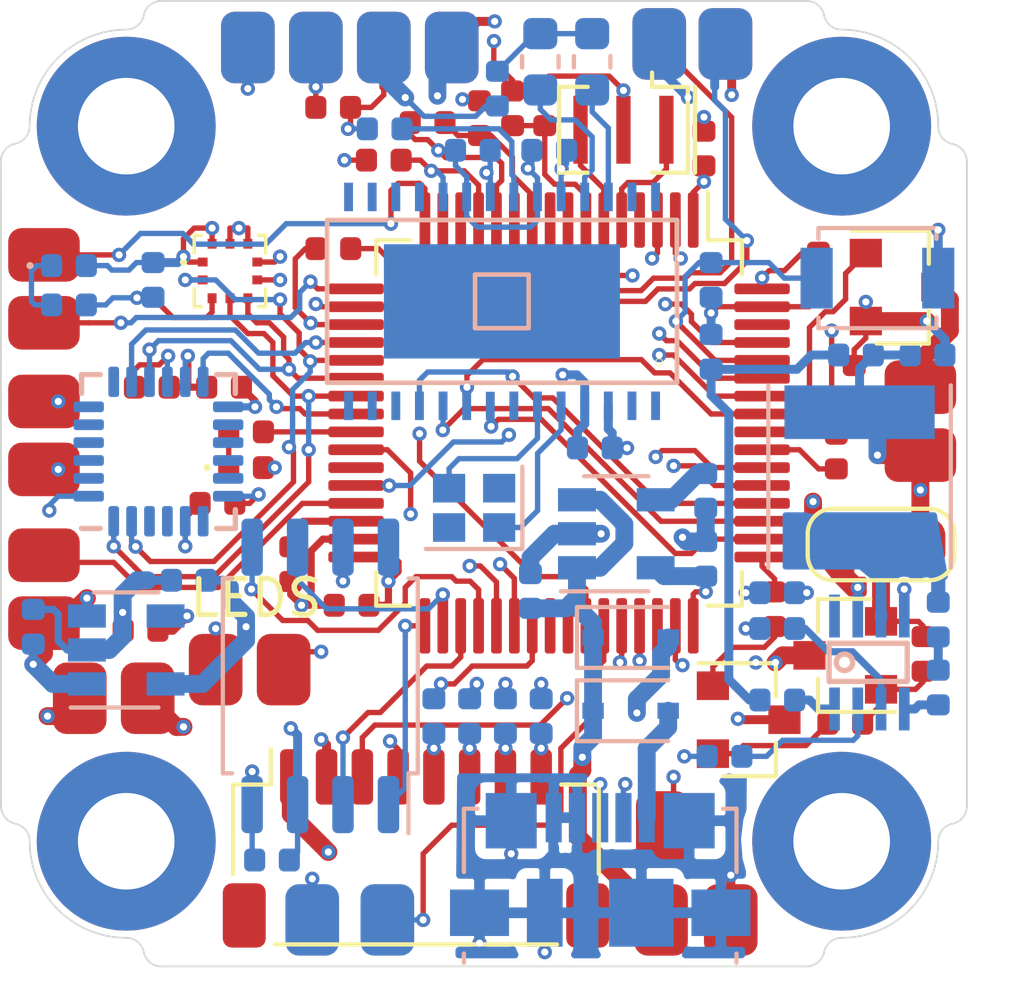
<source format=kicad_pcb>
(kicad_pcb (version 20171130) (host pcbnew "(5.1.5)-3")
  (layers (0 F.Cu signal) (1 Int1.Cu mixed) (2 Int2.Cu mixed) (3 PWR.Cu power) (4 GND.Cu power) (31 B.Cu signal) (34 B.Paste user hide) (35 F.Paste user hide) (36 B.SilkS user) (37 F.SilkS user) (38 B.Mask user hide) (39 F.Mask user hide) (44 Edge.Cuts user))
  (net 0 "")
  (net 1 GND)
  (net 2 "Net-(C3-Pad2)")
  (net 3 +3V3)
  (net 4 CAMC)
  (net 5 +BATT)
  (net 6 +5V)
  (net 7 3.3V_GYRO)
  (net 8 "Net-(C14-Pad1)")
  (net 9 "Net-(C17-Pad1)")
  (net 10 "Net-(C18-Pad1)")
  (net 11 "Net-(C21-Pad2)")
  (net 12 "Net-(C21-Pad1)")
  (net 13 "Net-(C24-Pad2)")
  (net 14 5V2A)
  (net 15 "Net-(C26-Pad2)")
  (net 16 "Net-(C27-Pad1)")
  (net 17 "Net-(C27-Pad2)")
  (net 18 "Net-(C28-Pad1)")
  (net 19 "Net-(C29-Pad2)")
  (net 20 CAMS)
  (net 21 "Net-(C32-Pad2)")
  (net 22 "Net-(D1-Pad1)")
  (net 23 "Net-(D2-Pad1)")
  (net 24 "Net-(D4-Pad2)")
  (net 25 GYRO_SCL)
  (net 26 GYRO_MOSI)
  (net 27 GYRO_MISO)
  (net 28 BARO_CS)
  (net 29 BARO_INT)
  (net 30 "Net-(JP1-Pad2)")
  (net 31 "Net-(Q1-Pad3)")
  (net 32 BEEPER)
  (net 33 "Net-(Q2-Pad1)")
  (net 34 "Net-(Q2-Pad2)")
  (net 35 "Net-(Q3-Pad1)")
  (net 36 VTX+)
  (net 37 LED0)
  (net 38 "Net-(R3-Pad2)")
  (net 39 "Net-(R5-Pad1)")
  (net 40 PINIO1)
  (net 41 "Net-(R7-Pad1)")
  (net 42 M4)
  (net 43 M1)
  (net 44 "Net-(R8-Pad2)")
  (net 45 "Net-(R9-Pad2)")
  (net 46 M2)
  (net 47 M3)
  (net 48 "Net-(R10-Pad2)")
  (net 49 "Net-(R11-Pad2)")
  (net 50 "Net-(R12-Pad2)")
  (net 51 "Net-(R13-Pad1)")
  (net 52 "Net-(R14-Pad2)")
  (net 53 "Net-(R14-Pad1)")
  (net 54 VTXS)
  (net 55 CURR)
  (net 56 TX4)
  (net 57 RX4)
  (net 58 TX2)
  (net 59 RX2)
  (net 60 GYRO_CS)
  (net 61 GYRO_INT)
  (net 62 LEDS)
  (net 63 TX3)
  (net 64 RX3)
  (net 65 FLASH_CS)
  (net 66 FLASH_CLK)
  (net 67 FLASH_MISO)
  (net 68 FLASH_MOSI)
  (net 69 TX6)
  (net 70 RX6)
  (net 71 TX1)
  (net 72 RX1)
  (net 73 USB_DM)
  (net 74 USB_DP)
  (net 75 MAX7456_CS)
  (net 76 MAX7456_SCK)
  (net 77 MAX7456_MISO)
  (net 78 TX5)
  (net 79 RX5)
  (net 80 MAX7456_MOSI)
  (net 81 "Net-(U3-Pad5)")
  (net 82 "Net-(U3-Pad6)")
  (net 83 "Net-(U1-Pad6)")
  (net 84 "Net-(U1-Pad5)")
  (net 85 "Net-(U1-Pad62)")
  (net 86 "Net-(U1-Pad46)")
  (net 87 "Net-(U1-Pad41)")
  (net 88 "Net-(U1-Pad40)")
  (net 89 "Net-(U1-Pad27)")
  (net 90 "Net-(U1-Pad11)")
  (net 91 "Net-(U1-Pad8)")
  (net 92 "Net-(U1-Pad4)")
  (net 93 "Net-(U2-Pad1)")
  (net 94 "Net-(U3-Pad28)")
  (net 95 "Net-(U3-Pad27)")
  (net 96 "Net-(U3-Pad18)")
  (net 97 "Net-(U3-Pad17)")
  (net 98 "Net-(U3-Pad16)")
  (net 99 "Net-(U3-Pad15)")
  (net 100 "Net-(U3-Pad14)")
  (net 101 "Net-(U3-Pad13)")
  (net 102 "Net-(U3-Pad12)")
  (net 103 "Net-(U3-Pad7)")
  (net 104 "Net-(U3-Pad2)")
  (net 105 "Net-(U3-Pad1)")
  (net 106 "Net-(U4-Pad7)")
  (net 107 "Net-(U4-Pad6)")
  (net 108 "Net-(Y2-Pad4)")
  (net 109 "Net-(Y2-Pad2)")
  (module Diode_SMD:D_SOD-323 (layer B.Cu) (at 116.6 68.85)
    (fp_text reference D4 hide)
    (fp_text value BAT60A hide)
    (pad 2 smd rect (at 1.05 0) (size 0.6 0.45) (layers B.Cu B.Paste B.Mask) (net 24 "Net-(D4-Pad2)"))
    (pad 1 smd rect (at -1.05 0) (size 0.6 0.45) (layers B.Cu B.Paste B.Mask) (net 6 +5V))
  )
  (module Capacitor_SMD:C_0402_1005Metric (layer B.Cu) (at 114.325 53.175)
    (fp_text reference C22 hide)
    (fp_text value 0.1uF hide)
    (pad 2 smd roundrect (at 0.485 0) (size 0.59 0.64) (layers B.Cu B.Paste B.Mask) (net 3 +3V3))
    (pad 1 smd roundrect (at -0.485 0) (size 0.59 0.64) (layers B.Cu B.Paste B.Mask) (net 1 GND))
  )
  (module Capacitor_SMD:C_0402_1005Metric (layer B.Cu) (at 113.8 65.5 90)
    (fp_text reference C12 hide)
    (fp_text value 1uF hide)
    (pad 2 smd roundrect (at 0.485 0 90) (size 0.59 0.64) (layers B.Cu B.Paste B.Mask) (net 1 GND))
    (pad 1 smd roundrect (at -0.485 0 90) (size 0.59 0.64) (layers B.Cu B.Paste B.Mask) (net 6 +5V))
  )
  (module Capacitor_SMD:C_0402_1005Metric (layer F.Cu) (at 107.1 64.75 90)
    (fp_text reference C32 hide)
    (fp_text value 0.1uF hide)
    (pad 2 smd roundrect (at 0.485 0 90) (size 0.59 0.64) (layers F.Cu F.Paste F.Mask) (net 21 "Net-(C32-Pad2)"))
    (pad 1 smd roundrect (at -0.485 0 90) (size 0.59 0.64) (layers F.Cu F.Paste F.Mask) (net 1 GND))
  )
  (module Talon:PAD_2.7mm_D5.0mm (layer F.Cu) (at 102.5 72.5)
    (fp_text reference H4 hide)
    (fp_text value MountingHole_Pad hide)
    (pad 1 thru_hole circle (at 0 0) (size 5 5) (drill 2.7) (layers *.Cu *.Mask) (net 1 GND))
  )
  (module Talon:PAD_2.7mm_D5.0mm (layer F.Cu) (at 122.5 52.5)
    (fp_text reference H3 hide)
    (fp_text value MountingHole_Pad hide)
    (pad 1 thru_hole circle (at 0 0) (size 5 5) (drill 2.7) (layers *.Cu *.Mask) (net 1 GND))
  )
  (module Talon:PAD_2.7mm_D5.0mm (layer F.Cu) (at 122.5 72.5)
    (fp_text reference H2 hide)
    (fp_text value MountingHole_Pad hide)
    (pad 1 thru_hole circle (at 0 0) (size 5 5) (drill 2.7) (layers *.Cu *.Mask) (net 1 GND))
  )
  (module Talon:PAD_2.7mm_D5.0mm (layer F.Cu) (at 102.5 52.5)
    (fp_text reference H1 hide)
    (fp_text value MountingHole_Pad hide)
    (pad 1 thru_hole circle (at 0 0) (size 5 5) (drill 2.7) (layers *.Cu *.Mask) (net 1 GND))
  )
  (module Package_SO:SOIC-8_5.23x5.23mm_P1.27mm (layer B.Cu) (at 107.925 67.875 90)
    (fp_text reference U5 hide)
    (fp_text value W25Q128JVS)
    (pad 8 smd roundrect (at 3.6 1.905 90) (size 1.6 0.6) (layers B.Cu B.Paste B.Mask) (net 3 +3V3))
    (pad 7 smd roundrect (at 3.6 0.635 90) (size 1.6 0.6) (layers B.Cu B.Paste B.Mask) (net 3 +3V3))
    (pad 6 smd roundrect (at 3.6 -0.635 90) (size 1.6 0.6) (layers B.Cu B.Paste B.Mask) (net 66 FLASH_CLK))
    (pad 5 smd roundrect (at 3.6 -1.905 90) (size 1.6 0.6) (layers B.Cu B.Paste B.Mask) (net 68 FLASH_MOSI))
    (pad 4 smd roundrect (at -3.6 -1.905 90) (size 1.6 0.6) (layers B.Cu B.Paste B.Mask) (net 1 GND))
    (pad 3 smd roundrect (at -3.6 -0.635 90) (size 1.6 0.6) (layers B.Cu B.Paste B.Mask) (net 3 +3V3))
    (pad 2 smd roundrect (at -3.6 0.635 90) (size 1.6 0.6) (layers B.Cu B.Paste B.Mask) (net 67 FLASH_MISO))
    (pad 1 smd roundrect (at -3.6 1.905 90) (size 1.6 0.6) (layers B.Cu B.Paste B.Mask) (net 65 FLASH_CS))
  )
  (module Sensor_Motion:InvenSense_QFN-24_4x4mm_P0.5mm (layer B.Cu) (at 103.4 61.6)
    (fp_text reference U4 hide)
    (fp_text value MPU-6000 hide)
    (pad 24 smd roundrect (at -1.25 1.95 270) (size 0.85 0.3) (layers B.Cu B.Paste B.Mask) (net 26 GYRO_MOSI))
    (pad 23 smd roundrect (at -0.75 1.95 270) (size 0.85 0.3) (layers B.Cu B.Paste B.Mask) (net 25 GYRO_SCL))
    (pad 22 smd roundrect (at -0.25 1.95 270) (size 0.85 0.3) (layers B.Cu B.Paste B.Mask))
    (pad 21 smd roundrect (at 0.25 1.95 270) (size 0.85 0.3) (layers B.Cu B.Paste B.Mask))
    (pad 20 smd roundrect (at 0.75 1.95 270) (size 0.85 0.3) (layers B.Cu B.Paste B.Mask) (net 15 "Net-(C26-Pad2)"))
    (pad 19 smd roundrect (at 1.25 1.95 270) (size 0.85 0.3) (layers B.Cu B.Paste B.Mask))
    (pad 18 smd roundrect (at 1.95 1.25) (size 0.85 0.3) (layers B.Cu B.Paste B.Mask) (net 1 GND))
    (pad 17 smd roundrect (at 1.95 0.75) (size 0.85 0.3) (layers B.Cu B.Paste B.Mask))
    (pad 16 smd roundrect (at 1.95 0.25) (size 0.85 0.3) (layers B.Cu B.Paste B.Mask))
    (pad 15 smd roundrect (at 1.95 -0.25) (size 0.85 0.3) (layers B.Cu B.Paste B.Mask))
    (pad 14 smd roundrect (at 1.95 -0.75) (size 0.85 0.3) (layers B.Cu B.Paste B.Mask))
    (pad 13 smd roundrect (at 1.95 -1.25) (size 0.85 0.3) (layers B.Cu B.Paste B.Mask) (net 7 3.3V_GYRO))
    (pad 12 smd roundrect (at 1.25 -1.95 270) (size 0.85 0.3) (layers B.Cu B.Paste B.Mask) (net 61 GYRO_INT))
    (pad 11 smd roundrect (at 0.75 -1.95 270) (size 0.85 0.3) (layers B.Cu B.Paste B.Mask) (net 1 GND))
    (pad 10 smd roundrect (at 0.25 -1.95 270) (size 0.85 0.3) (layers B.Cu B.Paste B.Mask) (net 13 "Net-(C24-Pad2)"))
    (pad 9 smd roundrect (at -0.25 -1.95 270) (size 0.85 0.3) (layers B.Cu B.Paste B.Mask) (net 27 GYRO_MISO))
    (pad 8 smd roundrect (at -0.75 -1.95 270) (size 0.85 0.3) (layers B.Cu B.Paste B.Mask) (net 60 GYRO_CS))
    (pad 7 smd roundrect (at -1.25 -1.95 270) (size 0.85 0.3) (layers B.Cu B.Paste B.Mask) (net 106 "Net-(U4-Pad7)"))
    (pad 6 smd roundrect (at -1.95 -1.25) (size 0.85 0.3) (layers B.Cu B.Paste B.Mask) (net 107 "Net-(U4-Pad6)"))
    (pad 5 smd roundrect (at -1.95 -0.75) (size 0.85 0.3) (layers B.Cu B.Paste B.Mask))
    (pad 4 smd roundrect (at -1.95 -0.25) (size 0.85 0.3) (layers B.Cu B.Paste B.Mask))
    (pad 3 smd roundrect (at -1.95 0.25) (size 0.85 0.3) (layers B.Cu B.Paste B.Mask))
    (pad 2 smd roundrect (at -1.95 0.75) (size 0.85 0.3) (layers B.Cu B.Paste B.Mask))
    (pad 1 smd roundrect (at -1.95 1.25) (size 0.85 0.3) (layers B.Cu B.Paste B.Mask) (net 1 GND))
  )
  (module Resistor_SMD:R_0402_1005Metric (layer B.Cu) (at 120.7 68.55 180)
    (fp_text reference R14 hide)
    (fp_text value 51k hide)
    (pad 2 smd roundrect (at 0.485 0 180) (size 0.59 0.64) (layers B.Cu B.Paste B.Mask) (net 52 "Net-(R14-Pad2)"))
    (pad 1 smd roundrect (at -0.485 0 180) (size 0.59 0.64) (layers B.Cu B.Paste B.Mask) (net 53 "Net-(R14-Pad1)"))
  )
  (module Resistor_SMD:R_0402_1005Metric (layer B.Cu) (at 120.7 66.55)
    (fp_text reference R12 hide)
    (fp_text value 1M hide)
    (pad 2 smd roundrect (at 0.485 0) (size 0.59 0.64) (layers B.Cu B.Paste B.Mask) (net 50 "Net-(R12-Pad2)"))
    (pad 1 smd roundrect (at -0.485 0) (size 0.59 0.64) (layers B.Cu B.Paste B.Mask) (net 5 +BATT))
  )
  (module Package_TO_SOT_SMD:SOT-23 (layer F.Cu) (at 124.175 57)
    (fp_text reference Q1 hide)
    (fp_text value MMBT3904 hide)
    (pad 3 smd rect (at 1 0) (size 0.9 0.8) (layers F.Cu F.Paste F.Mask) (net 31 "Net-(Q1-Pad3)"))
    (pad 2 smd rect (at -1 0.95) (size 0.9 0.8) (layers F.Cu F.Paste F.Mask) (net 1 GND))
    (pad 1 smd rect (at -1 -0.95) (size 0.9 0.8) (layers F.Cu F.Paste F.Mask) (net 32 BEEPER))
  )
  (module Crystal:Crystal_SMD_2016-4Pin_2.0x1.6mm (layer B.Cu) (at 112.225 63.175 180)
    (fp_text reference Y2 hide)
    (fp_text value "XRCGB27M 27MHz")
    (pad 4 smd rect (at -0.7 0.55 180) (size 0.9 0.8) (layers B.Cu B.Paste B.Mask) (net 108 "Net-(Y2-Pad4)"))
    (pad 3 smd rect (at 0.7 0.55 180) (size 0.9 0.8) (layers B.Cu B.Paste B.Mask) (net 82 "Net-(U3-Pad6)"))
    (pad 2 smd rect (at 0.7 -0.55 180) (size 0.9 0.8) (layers B.Cu B.Paste B.Mask) (net 109 "Net-(Y2-Pad2)"))
    (pad 1 smd rect (at -0.7 -0.55 180) (size 0.9 0.8) (layers B.Cu B.Paste B.Mask) (net 81 "Net-(U3-Pad5)"))
  )
  (module Resistor_SMD:R_0402_1005Metric (layer F.Cu) (at 113.3 52 90)
    (fp_text reference R21 hide)
    (fp_text value 10k)
    (pad 2 smd roundrect (at 0.485 0 90) (size 0.59 0.64) (layers F.Cu F.Paste F.Mask) (net 3 +3V3))
    (pad 1 smd roundrect (at -0.485 0 90) (size 0.59 0.64) (layers F.Cu F.Paste F.Mask) (net 2 "Net-(C3-Pad2)"))
  )
  (module Crystal:Resonator_SMD_muRata_CSTxExxV-3Pin_3.0x1.1mm (layer F.Cu) (at 116.4 52.6 180)
    (fp_text reference Y1 hide)
    (fp_text value "CSTNE8M00G55Z000R0 8MHz")
    (pad 3 smd rect (at 1.2 0 180) (size 0.4 1.9) (layers F.Cu F.Paste F.Mask) (net 83 "Net-(U1-Pad6)"))
    (pad 2 smd rect (at 0 0 180) (size 0.4 1.9) (layers F.Cu F.Paste F.Mask) (net 1 GND))
    (pad 1 smd rect (at -1.2 0 180) (size 0.4 1.9) (layers F.Cu F.Paste F.Mask) (net 84 "Net-(U1-Pad5)"))
  )
  (module Connector_JST:JST_SH_SM08B-SRSS-TB_1x08-1MP_P1.00mm_Horizontal (layer F.Cu) (at 110.6 72.7)
    (fp_text reference X11 hide)
    (fp_text value "SM08B-SRSS-TB(LF)(SN)" hide)
    (pad MP smd roundrect (at 4.8 1.875) (size 1.2 1.8) (layers F.Cu F.Paste F.Mask) (roundrect_rratio 0.208333))
    (pad MP smd roundrect (at -4.8 1.875) (size 1.2 1.8) (layers F.Cu F.Paste F.Mask) (roundrect_rratio 0.208333))
    (pad 8 smd roundrect (at 3.5 -2) (size 0.6 1.55) (layers F.Cu F.Paste F.Mask) (net 43 M1))
    (pad 7 smd roundrect (at 2.5 -2) (size 0.6 1.55) (layers F.Cu F.Paste F.Mask) (net 46 M2))
    (pad 6 smd roundrect (at 1.5 -2) (size 0.6 1.55) (layers F.Cu F.Paste F.Mask) (net 47 M3))
    (pad 5 smd roundrect (at 0.5 -2) (size 0.6 1.55) (layers F.Cu F.Paste F.Mask) (net 42 M4))
    (pad 4 smd roundrect (at -0.5 -2) (size 0.6 1.55) (layers F.Cu F.Paste F.Mask) (net 55 CURR))
    (pad 3 smd roundrect (at -1.5 -2) (size 0.6 1.55) (layers F.Cu F.Paste F.Mask) (net 79 RX5))
    (pad 2 smd roundrect (at -2.5 -2) (size 0.6 1.55) (layers F.Cu F.Paste F.Mask) (net 1 GND))
    (pad 1 smd roundrect (at -3.5 -2) (size 0.6 1.55) (layers F.Cu F.Paste F.Mask) (net 5 +BATT))
  )
  (module Capacitor_SMD:C_0402_1005Metric (layer F.Cu) (at 114.2 52 270)
    (fp_text reference C3 hide)
    (fp_text value 0.1uF hide)
    (pad 2 smd roundrect (at 0.485 0 270) (size 0.59 0.64) (layers F.Cu F.Paste F.Mask) (net 2 "Net-(C3-Pad2)"))
    (pad 1 smd roundrect (at -0.485 0 270) (size 0.59 0.64) (layers F.Cu F.Paste F.Mask) (net 1 GND))
  )
  (module Capacitor_SMD:C_0402_1005Metric (layer F.Cu) (at 118.65 53.125 90)
    (fp_text reference C5 hide)
    (fp_text value 0.1uF hide)
    (pad 2 smd roundrect (at 0.485 0 90) (size 0.59 0.64) (layers F.Cu F.Paste F.Mask) (net 1 GND))
    (pad 1 smd roundrect (at -0.485 0 90) (size 0.59 0.64) (layers F.Cu F.Paste F.Mask) (net 3 +3V3))
  )
  (module Capacitor_SMD:C_0402_1005Metric (layer F.Cu) (at 108.29 55.925)
    (fp_text reference C6 hide)
    (fp_text value 0.1uF hide)
    (pad 2 smd roundrect (at 0.485 0) (size 0.59 0.64) (layers F.Cu F.Paste F.Mask) (net 1 GND))
    (pad 1 smd roundrect (at -0.485 0) (size 0.59 0.64) (layers F.Cu F.Paste F.Mask) (net 3 +3V3))
  )
  (module Capacitor_SMD:C_0402_1005Metric (layer F.Cu) (at 121.85 56.51 270)
    (fp_text reference C7 hide)
    (fp_text value 0.1uF hide)
    (pad 2 smd roundrect (at 0.485 0 270) (size 0.59 0.64) (layers F.Cu F.Paste F.Mask) (net 1 GND))
    (pad 1 smd roundrect (at -0.485 0 270) (size 0.59 0.64) (layers F.Cu F.Paste F.Mask) (net 3 +3V3))
  )
  (module Capacitor_SMD:C_0402_1005Metric (layer F.Cu) (at 108.8 65.9 180)
    (fp_text reference C8 hide)
    (fp_text value 0.1uF hide)
    (pad 2 smd roundrect (at 0.485 0 180) (size 0.59 0.64) (layers F.Cu F.Paste F.Mask) (net 1 GND))
    (pad 1 smd roundrect (at -0.485 0 180) (size 0.59 0.64) (layers F.Cu F.Paste F.Mask) (net 3 +3V3))
  )
  (module Capacitor_SMD:C_0402_1005Metric (layer F.Cu) (at 122.85 59.68 270)
    (fp_text reference C9 hide)
    (fp_text value 0.1uF hide)
    (pad 2 smd roundrect (at 0.485 0 270) (size 0.59 0.64) (layers F.Cu F.Paste F.Mask) (net 4 CAMC))
    (pad 1 smd roundrect (at -0.485 0 270) (size 0.59 0.64) (layers F.Cu F.Paste F.Mask) (net 1 GND))
  )
  (module Capacitor_SMD:C_0402_1005Metric (layer B.Cu) (at 120.7 65.55)
    (fp_text reference C10 hide)
    (fp_text value 22uF hide)
    (pad 2 smd roundrect (at 0.485 0) (size 0.59 0.64) (layers B.Cu B.Paste B.Mask) (net 1 GND))
    (pad 1 smd roundrect (at -0.485 0) (size 0.59 0.64) (layers B.Cu B.Paste B.Mask) (net 5 +BATT))
  )
  (module Capacitor_SMD:C_0402_1005Metric (layer B.Cu) (at 99.9 66.5 90)
    (fp_text reference C11 hide)
    (fp_text value 1uF hide)
    (pad 2 smd roundrect (at 0.485 0 90) (size 0.59 0.64) (layers B.Cu B.Paste B.Mask) (net 1 GND))
    (pad 1 smd roundrect (at -0.485 0 90) (size 0.59 0.64) (layers B.Cu B.Paste B.Mask) (net 6 +5V))
  )
  (module Capacitor_SMD:C_0402_1005Metric (layer F.Cu) (at 105.235 59.8)
    (fp_text reference C13 hide)
    (fp_text value 0.1uF hide)
    (pad 2 smd roundrect (at 0.485 0) (size 0.59 0.64) (layers F.Cu F.Paste F.Mask) (net 7 3.3V_GYRO))
    (pad 1 smd roundrect (at -0.485 0) (size 0.59 0.64) (layers F.Cu F.Paste F.Mask) (net 1 GND))
  )
  (module Capacitor_SMD:C_0402_1005Metric (layer B.Cu) (at 119.225 70.125 180)
    (fp_text reference C14 hide)
    (fp_text value 0.1uF hide)
    (pad 2 smd roundrect (at 0.485 0 180) (size 0.59 0.64) (layers B.Cu B.Paste B.Mask) (net 1 GND))
    (pad 1 smd roundrect (at -0.485 0 180) (size 0.59 0.64) (layers B.Cu B.Paste B.Mask) (net 8 "Net-(C14-Pad1)"))
  )
  (module Capacitor_SMD:C_0402_1005Metric (layer B.Cu) (at 106.575 73.025)
    (fp_text reference C15 hide)
    (fp_text value 0.1uF hide)
    (pad 2 smd roundrect (at 0.485 0) (size 0.59 0.64) (layers B.Cu B.Paste B.Mask) (net 3 +3V3))
    (pad 1 smd roundrect (at -0.485 0) (size 0.59 0.64) (layers B.Cu B.Paste B.Mask) (net 1 GND))
  )
  (module Capacitor_SMD:C_0402_1005Metric (layer B.Cu) (at 115.6 61.5)
    (fp_text reference C16 hide)
    (fp_text value 0.1uF hide)
    (pad 2 smd roundrect (at 0.485 0) (size 0.59 0.64) (layers B.Cu B.Paste B.Mask) (net 3 +3V3))
    (pad 1 smd roundrect (at -0.485 0) (size 0.59 0.64) (layers B.Cu B.Paste B.Mask) (net 1 GND))
  )
  (module Capacitor_SMD:C_0402_1005Metric (layer F.Cu) (at 102.9 66.6 180)
    (fp_text reference C17 hide)
    (fp_text value 0.1uF hide)
    (pad 2 smd roundrect (at 0.485 0 180) (size 0.59 0.64) (layers F.Cu F.Paste F.Mask) (net 1 GND))
    (pad 1 smd roundrect (at -0.485 0 180) (size 0.59 0.64) (layers F.Cu F.Paste F.Mask) (net 9 "Net-(C17-Pad1)"))
  )
  (module Capacitor_SMD:C_0402_1005Metric (layer B.Cu) (at 118.7 62.7 270)
    (fp_text reference C18 hide)
    (fp_text value 0.1uF hide)
    (pad 2 smd roundrect (at 0.485 0 270) (size 0.59 0.64) (layers B.Cu B.Paste B.Mask) (net 1 GND))
    (pad 1 smd roundrect (at -0.485 0 270) (size 0.59 0.64) (layers B.Cu B.Paste B.Mask) (net 10 "Net-(C18-Pad1)"))
  )
  (module Capacitor_SMD:C_0402_1005Metric (layer B.Cu) (at 104.25 65.2 180)
    (fp_text reference C19 hide)
    (fp_text value 2.2uF hide)
    (pad 2 smd roundrect (at 0.485 0 180) (size 0.59 0.64) (layers B.Cu B.Paste B.Mask) (net 1 GND))
    (pad 1 smd roundrect (at -0.485 0 180) (size 0.59 0.64) (layers B.Cu B.Paste B.Mask) (net 7 3.3V_GYRO))
  )
  (module Capacitor_SMD:C_0402_1005Metric (layer B.Cu) (at 118.7 64.6 90)
    (fp_text reference C20 hide)
    (fp_text value 2.2uF hide)
    (pad 2 smd roundrect (at 0.485 0 90) (size 0.59 0.64) (layers B.Cu B.Paste B.Mask) (net 1 GND))
    (pad 1 smd roundrect (at -0.485 0 90) (size 0.59 0.64) (layers B.Cu B.Paste B.Mask) (net 3 +3V3))
  )
  (module Capacitor_SMD:C_0402_1005Metric (layer B.Cu) (at 125.2 66.3 90)
    (fp_text reference C21 hide)
    (fp_text value 0.1uF hide)
    (pad 2 smd roundrect (at 0.485 0 90) (size 0.59 0.64) (layers B.Cu B.Paste B.Mask) (net 11 "Net-(C21-Pad2)") (thermal_gap 0.4))
    (pad 1 smd roundrect (at -0.485 0 90) (size 0.59 0.64) (layers B.Cu B.Paste B.Mask) (net 12 "Net-(C21-Pad1)"))
  )
  (module Capacitor_SMD:C_0402_1005Metric (layer B.Cu) (at 112.19 53.175)
    (fp_text reference C23 hide)
    (fp_text value 0.1uF hide)
    (pad 2 smd roundrect (at 0.485 0) (size 0.59 0.64) (layers B.Cu B.Paste B.Mask) (net 3 +3V3))
    (pad 1 smd roundrect (at -0.485 0) (size 0.59 0.64) (layers B.Cu B.Paste B.Mask) (net 1 GND))
  )
  (module Capacitor_SMD:C_0402_1005Metric (layer F.Cu) (at 103.215 59.8 180)
    (fp_text reference C24 hide)
    (fp_text value 0.1uF hide)
    (pad 2 smd roundrect (at 0.485 0 180) (size 0.59 0.64) (layers F.Cu F.Paste F.Mask) (net 13 "Net-(C24-Pad2)"))
    (pad 1 smd roundrect (at -0.485 0 180) (size 0.59 0.64) (layers F.Cu F.Paste F.Mask) (net 1 GND))
  )
  (module Capacitor_SMD:C_0402_1005Metric (layer B.Cu) (at 124.9 58.9)
    (fp_text reference C25 hide)
    (fp_text value 22uF hide)
    (pad 2 smd roundrect (at 0.485 0) (size 0.59 0.64) (layers B.Cu B.Paste B.Mask) (net 1 GND))
    (pad 1 smd roundrect (at -0.485 0) (size 0.59 0.64) (layers B.Cu B.Paste B.Mask) (net 14 5V2A))
  )
  (module Capacitor_SMD:C_0402_1005Metric (layer F.Cu) (at 105.05 63.05 180)
    (fp_text reference C26 hide)
    (fp_text value 2.2nF hide)
    (pad 2 smd roundrect (at 0.485 0 180) (size 0.59 0.64) (layers F.Cu F.Paste F.Mask) (net 15 "Net-(C26-Pad2)"))
    (pad 1 smd roundrect (at -0.485 0 180) (size 0.59 0.64) (layers F.Cu F.Paste F.Mask) (net 1 GND))
  )
  (module Capacitor_SMD:C_0603_1608Metric (layer B.Cu) (at 115.525 50.7 90)
    (fp_text reference C27 hide)
    (fp_text value 22uF hide)
    (pad 2 smd roundrect (at 0.7875 0 90) (size 0.875 0.95) (layers B.Cu B.Paste B.Mask) (net 17 "Net-(C27-Pad2)"))
    (pad 1 smd roundrect (at -0.7875 0 90) (size 0.875 0.95) (layers B.Cu B.Paste B.Mask) (net 16 "Net-(C27-Pad1)"))
  )
  (module Capacitor_SMD:C_0603_1608Metric (layer B.Cu) (at 114.075 50.7 90)
    (fp_text reference C28 hide)
    (fp_text value 22uF hide)
    (pad 2 smd roundrect (at 0.7875 0 90) (size 0.875 0.95) (layers B.Cu B.Paste B.Mask) (net 17 "Net-(C27-Pad2)"))
    (pad 1 smd roundrect (at -0.7875 0 90) (size 0.875 0.95) (layers B.Cu B.Paste B.Mask) (net 18 "Net-(C28-Pad1)"))
  )
  (module Capacitor_SMD:C_0402_1005Metric (layer B.Cu) (at 109.725 52.575)
    (fp_text reference C29 hide)
    (fp_text value 0.1uF hide)
    (pad 2 smd roundrect (at 0.485 0) (size 0.59 0.64) (layers B.Cu B.Paste B.Mask) (net 19 "Net-(C29-Pad2)"))
    (pad 1 smd roundrect (at -0.485 0) (size 0.59 0.64) (layers B.Cu B.Paste B.Mask) (net 20 CAMS))
  )
  (module Capacitor_SMD:C_0402_1005Metric (layer B.Cu) (at 103.25 56.8 90)
    (fp_text reference C30 hide)
    (fp_text value 0.1uF hide)
    (pad 2 smd roundrect (at 0.485 0 90) (size 0.59 0.64) (layers B.Cu B.Paste B.Mask) (net 3 +3V3))
    (pad 1 smd roundrect (at -0.485 0 90) (size 0.59 0.64) (layers B.Cu B.Paste B.Mask) (net 1 GND))
  )
  (module Capacitor_SMD:C_0402_1005Metric (layer F.Cu) (at 109.7 53.45)
    (fp_text reference C31 hide)
    (fp_text value 0.1uF hide)
    (pad 2 smd roundrect (at 0.485 0) (size 0.59 0.64) (layers F.Cu F.Paste F.Mask) (net 3 +3V3))
    (pad 1 smd roundrect (at -0.485 0) (size 0.59 0.64) (layers F.Cu F.Paste F.Mask) (net 1 GND))
  )
  (module LED_SMD:LED_0402_1005Metric (layer B.Cu) (at 100.9 56.4)
    (fp_text reference D1 hide)
    (fp_text value KPHHS-1005SURCK hide)
    (pad 2 smd roundrect (at 0.485 0) (size 0.59 0.64) (layers B.Cu B.Paste B.Mask) (net 3 +3V3))
    (pad 1 smd roundrect (at -0.485 0) (size 0.59 0.64) (layers B.Cu B.Paste B.Mask) (net 22 "Net-(D1-Pad1)"))
  )
  (module LED_SMD:LED_0402_1005Metric (layer F.Cu) (at 105.85 62.05)
    (fp_text reference D2 hide)
    (fp_text value KPHHS-1005CGCK hide)
    (pad 2 smd roundrect (at 0.485 0) (size 0.59 0.64) (layers F.Cu F.Paste F.Mask) (net 3 +3V3))
    (pad 1 smd roundrect (at -0.485 0) (size 0.59 0.64) (layers F.Cu F.Paste F.Mask) (net 23 "Net-(D2-Pad1)"))
  )
  (module Diode_SMD:D_SOD-323 (layer B.Cu) (at 116.6 66.8)
    (fp_text reference D3 hide)
    (fp_text value BAT60A hide)
    (pad 2 smd rect (at 1.05 0) (size 0.6 0.45) (layers B.Cu B.Paste B.Mask) (net 14 5V2A))
    (pad 1 smd rect (at -1.05 0) (size 0.6 0.45) (layers B.Cu B.Paste B.Mask) (net 6 +5V))
  )
  (module Package_TO_SOT_SMD:SOT-23-5 (layer B.Cu) (at 102.5 67.15)
    (fp_text reference IC1 hide)
    (fp_text value MIC5319-3.3YD5-TR hide)
    (pad 5 smd rect (at 1.1 0.95) (size 1.06 0.65) (layers B.Cu B.Paste B.Mask) (net 7 3.3V_GYRO))
    (pad 4 smd rect (at 1.1 -0.95) (size 1.06 0.65) (layers B.Cu B.Paste B.Mask) (net 9 "Net-(C17-Pad1)"))
    (pad 3 smd rect (at -1.1 -0.95) (size 1.06 0.65) (layers B.Cu B.Paste B.Mask) (net 6 +5V))
    (pad 2 smd rect (at -1.1 0) (size 1.06 0.65) (layers B.Cu B.Paste B.Mask) (net 1 GND))
    (pad 1 smd rect (at -1.1 0.95) (size 1.06 0.65) (layers B.Cu B.Paste B.Mask) (net 6 +5V))
  )
  (module Package_TO_SOT_SMD:SOT-23-5 (layer B.Cu) (at 116.2 63.9)
    (fp_text reference IC2 hide)
    (fp_text value MIC5319-3.3YD5-TR hide)
    (pad 5 smd rect (at 1.1 0.95) (size 1.06 0.65) (layers B.Cu B.Paste B.Mask) (net 3 +3V3))
    (pad 4 smd rect (at 1.1 -0.95) (size 1.06 0.65) (layers B.Cu B.Paste B.Mask) (net 10 "Net-(C18-Pad1)"))
    (pad 3 smd rect (at -1.1 -0.95) (size 1.06 0.65) (layers B.Cu B.Paste B.Mask) (net 6 +5V))
    (pad 2 smd rect (at -1.1 0) (size 1.06 0.65) (layers B.Cu B.Paste B.Mask) (net 1 GND))
    (pad 1 smd rect (at -1.1 0.95) (size 1.06 0.65) (layers B.Cu B.Paste B.Mask) (net 6 +5V))
  )
  (module Talon:BMP388 (layer F.Cu) (at 105.4 56.55 90)
    (fp_text reference IC3 hide)
    (fp_text value BMP388 hide)
    (pad 10 smd rect (at 0.762 -0.5 180) (size 0.25 0.275) (layers F.Cu F.Paste F.Mask) (net 3 +3V3))
    (pad 9 smd rect (at 0.762 0 180) (size 0.25 0.275) (layers F.Cu F.Paste F.Mask) (net 1 GND))
    (pad 8 smd rect (at 0.762 0.5 180) (size 0.25 0.275) (layers F.Cu F.Paste F.Mask) (net 1 GND))
    (pad 7 smd rect (at 0.25 0.763 90) (size 0.25 0.275) (layers F.Cu F.Paste F.Mask) (net 29 BARO_INT))
    (pad 6 smd rect (at -0.25 0.763 90) (size 0.25 0.275) (layers F.Cu F.Paste F.Mask) (net 28 BARO_CS))
    (pad 5 smd rect (at -0.762 0.5 180) (size 0.25 0.275) (layers F.Cu F.Paste F.Mask) (net 27 GYRO_MISO))
    (pad 4 smd rect (at -0.762 0 180) (size 0.25 0.275) (layers F.Cu F.Paste F.Mask) (net 26 GYRO_MOSI))
    (pad 3 smd rect (at -0.762 -0.5 180) (size 0.25 0.275) (layers F.Cu F.Paste F.Mask) (net 1 GND))
    (pad 2 smd rect (at -0.25 -0.763 90) (size 0.25 0.275) (layers F.Cu F.Paste F.Mask) (net 25 GYRO_SCL))
    (pad 1 smd rect (at 0.25 -0.763 90) (size 0.25 0.275) (layers F.Cu F.Paste F.Mask) (net 3 +3V3))
  )
  (module Jumper:SolderJumper-3_P1.3mm_Open_RoundedPad1.0x1.5mm_NumberLabels (layer F.Cu) (at 123.6 64.2 180)
    (fp_text reference JP1 hide)
    (fp_text value SolderJumper_3_Open hide)
    (pad 2 smd rect (at 0 0 180) (size 1 1.5) (layers F.Cu F.Mask) (net 30 "Net-(JP1-Pad2)"))
    (pad 3 smd custom (at 1.3 0 180) (size 1 0.5) (layers F.Cu F.Mask) (net 5 +BATT) (options (clearance outline) (anchor rect)) (primitives (gr_circle (center 0 0.25) (end 0.5 0.25) (width 0)) (gr_circle (center 0 -0.25) (end 0.5 -0.25) (width 0)) (gr_poly (pts (xy -0.55 -0.75) (xy 0 -0.75) (xy 0 0.75) (xy -0.55 0.75)) (width 0))))
    (pad 1 smd custom (at -1.3 0 180) (size 1 0.5) (layers F.Cu F.Mask) (net 14 5V2A) (options (clearance outline) (anchor rect)) (primitives (gr_circle (center 0 0.25) (end 0.5 0.25) (width 0)) (gr_circle (center 0 -0.25) (end 0.5 -0.25) (width 0)) (gr_poly (pts (xy 0.55 -0.75) (xy 0 -0.75) (xy 0 0.75) (xy 0.55 0.75)) (width 0))))
  )
  (module Inductor_SMD:L_Taiyo-Yuden_NR-50xx (layer B.Cu) (at 123 62.3 90)
    (fp_text reference L1 hide)
    (fp_text value "LQH5BPN100M38L 10uH 2.2A" hide)
    (pad 2 smd rect (at 1.8 0 90) (size 1.5 4.2) (layers B.Cu B.Paste B.Mask) (net 14 5V2A))
    (pad 1 smd rect (at -1.8 0 90) (size 1.5 4.2) (layers B.Cu B.Paste B.Mask) (net 11 "Net-(C21-Pad2)"))
  )
  (module Package_TO_SOT_SMD:SOT-23 (layer F.Cu) (at 119.9 69.1)
    (fp_text reference Q2 hide)
    (fp_text value MMBT3904 hide)
    (pad 3 smd rect (at 1 0) (size 0.9 0.8) (layers F.Cu F.Paste F.Mask) (net 1 GND))
    (pad 2 smd rect (at -1 0.95) (size 0.9 0.8) (layers F.Cu F.Paste F.Mask) (net 34 "Net-(Q2-Pad2)"))
    (pad 1 smd rect (at -1 -0.95) (size 0.9 0.8) (layers F.Cu F.Paste F.Mask) (net 33 "Net-(Q2-Pad1)"))
  )
  (module Package_TO_SOT_SMD:SOT-23 (layer F.Cu) (at 122.6 67.3 180)
    (fp_text reference Q3 hide)
    (fp_text value WST03P06 hide)
    (pad 3 smd rect (at 1 0 180) (size 0.9 0.8) (layers F.Cu F.Paste F.Mask) (net 36 VTX+))
    (pad 2 smd rect (at -1 0.95 180) (size 0.9 0.8) (layers F.Cu F.Paste F.Mask) (net 30 "Net-(JP1-Pad2)"))
    (pad 1 smd rect (at -1 -0.95 180) (size 0.9 0.8) (layers F.Cu F.Paste F.Mask) (net 35 "Net-(Q3-Pad1)"))
  )
  (module Resistor_SMD:R_0402_1005Metric (layer F.Cu) (at 105.85 61.05 180)
    (fp_text reference R1 hide)
    (fp_text value 1k hide)
    (pad 2 smd roundrect (at 0.485 0 180) (size 0.59 0.64) (layers F.Cu F.Paste F.Mask) (net 23 "Net-(D2-Pad1)"))
    (pad 1 smd roundrect (at -0.485 0 180) (size 0.59 0.64) (layers F.Cu F.Paste F.Mask) (net 37 LED0))
  )
  (module Resistor_SMD:R_0402_1005Metric (layer B.Cu) (at 100.9 57.5)
    (fp_text reference R2 hide)
    (fp_text value 1k hide)
    (pad 2 smd roundrect (at 0.485 0) (size 0.59 0.64) (layers B.Cu B.Paste B.Mask) (net 1 GND))
    (pad 1 smd roundrect (at -0.485 0) (size 0.59 0.64) (layers B.Cu B.Paste B.Mask) (net 22 "Net-(D1-Pad1)"))
  )
  (module Resistor_SMD:R_0402_1005Metric (layer F.Cu) (at 112.375 52.275 270)
    (fp_text reference R3 hide)
    (fp_text value 175k hide)
    (pad 2 smd roundrect (at 0.485 0 270) (size 0.59 0.64) (layers F.Cu F.Paste F.Mask) (net 38 "Net-(R3-Pad2)"))
    (pad 1 smd roundrect (at -0.485 0 270) (size 0.59 0.64) (layers F.Cu F.Paste F.Mask) (net 5 +BATT))
  )
  (module Resistor_SMD:R_0402_1005Metric (layer F.Cu) (at 110.925 52.4 180)
    (fp_text reference R4 hide)
    (fp_text value 19k hide)
    (pad 2 smd roundrect (at 0.485 0 180) (size 0.59 0.64) (layers F.Cu F.Paste F.Mask) (net 1 GND))
    (pad 1 smd roundrect (at -0.485 0 180) (size 0.59 0.64) (layers F.Cu F.Paste F.Mask) (net 38 "Net-(R3-Pad2)"))
  )
  (module Resistor_SMD:R_0402_1005Metric (layer B.Cu) (at 118.85 56.8 270)
    (fp_text reference R5 hide)
    (fp_text value 10k hide)
    (pad 2 smd roundrect (at 0.485 0 270) (size 0.59 0.64) (layers B.Cu B.Paste B.Mask) (net 1 GND))
    (pad 1 smd roundrect (at -0.485 0 270) (size 0.59 0.64) (layers B.Cu B.Paste B.Mask) (net 39 "Net-(R5-Pad1)"))
  )
  (module Resistor_SMD:R_0402_1005Metric (layer F.Cu) (at 120.625 66.01 270)
    (fp_text reference R6 hide)
    (fp_text value 10k hide)
    (pad 2 smd roundrect (at 0.485 0 270) (size 0.59 0.64) (layers F.Cu F.Paste F.Mask) (net 33 "Net-(Q2-Pad1)"))
    (pad 1 smd roundrect (at -0.485 0 270) (size 0.59 0.64) (layers F.Cu F.Paste F.Mask) (net 40 PINIO1))
  )
  (module Resistor_SMD:R_0402_1005Metric (layer B.Cu) (at 111.1 69 270)
    (fp_text reference R7 hide)
    (fp_text value 100 hide)
    (pad 2 smd roundrect (at 0.485 0 270) (size 0.59 0.64) (layers B.Cu B.Paste B.Mask) (net 42 M4))
    (pad 1 smd roundrect (at -0.485 0 270) (size 0.59 0.64) (layers B.Cu B.Paste B.Mask) (net 41 "Net-(R7-Pad1)"))
  )
  (module Resistor_SMD:R_0402_1005Metric (layer B.Cu) (at 114.1 69 90)
    (fp_text reference R8 hide)
    (fp_text value 100 hide)
    (pad 2 smd roundrect (at 0.485 0 90) (size 0.59 0.64) (layers B.Cu B.Paste B.Mask) (net 44 "Net-(R8-Pad2)"))
    (pad 1 smd roundrect (at -0.485 0 90) (size 0.59 0.64) (layers B.Cu B.Paste B.Mask) (net 43 M1))
  )
  (module Resistor_SMD:R_0402_1005Metric (layer B.Cu) (at 113.1 69 90)
    (fp_text reference R9 hide)
    (fp_text value 100 hide)
    (pad 2 smd roundrect (at 0.485 0 90) (size 0.59 0.64) (layers B.Cu B.Paste B.Mask) (net 45 "Net-(R9-Pad2)"))
    (pad 1 smd roundrect (at -0.485 0 90) (size 0.59 0.64) (layers B.Cu B.Paste B.Mask) (net 46 M2))
  )
  (module Resistor_SMD:R_0402_1005Metric (layer B.Cu) (at 112.1 69 90)
    (fp_text reference R10 hide)
    (fp_text value 100 hide)
    (pad 2 smd roundrect (at 0.485 0 90) (size 0.59 0.64) (layers B.Cu B.Paste B.Mask) (net 48 "Net-(R10-Pad2)"))
    (pad 1 smd roundrect (at -0.485 0 90) (size 0.59 0.64) (layers B.Cu B.Paste B.Mask) (net 47 M3))
  )
  (module Resistor_SMD:R_0402_1005Metric (layer F.Cu) (at 122.35 61.6 270)
    (fp_text reference R11 hide)
    (fp_text value 200R hide)
    (pad 2 smd roundrect (at 0.485 0 270) (size 0.59 0.64) (layers F.Cu F.Paste F.Mask) (net 49 "Net-(R11-Pad2)"))
    (pad 1 smd roundrect (at -0.485 0 270) (size 0.59 0.64) (layers F.Cu F.Paste F.Mask) (net 4 CAMC))
  )
  (module Resistor_SMD:R_0402_1005Metric (layer B.Cu) (at 125.2 68.2 90)
    (fp_text reference R13 hide)
    (fp_text value 20R hide)
    (pad 2 smd roundrect (at 0.485 0 90) (size 0.59 0.64) (layers B.Cu B.Paste B.Mask) (net 12 "Net-(C21-Pad1)"))
    (pad 1 smd roundrect (at -0.485 0 90) (size 0.59 0.64) (layers B.Cu B.Paste B.Mask) (net 51 "Net-(R13-Pad1)"))
  )
  (module Resistor_SMD:R_0402_1005Metric (layer B.Cu) (at 118.85 58.81 90)
    (fp_text reference R15 hide)
    (fp_text value 7.68k hide)
    (pad 2 smd roundrect (at 0.485 0 90) (size 0.59 0.64) (layers B.Cu B.Paste B.Mask) (net 1 GND))
    (pad 1 smd roundrect (at -0.485 0 90) (size 0.59 0.64) (layers B.Cu B.Paste B.Mask) (net 52 "Net-(R14-Pad2)"))
  )
  (module Resistor_SMD:R_0402_1005Metric (layer B.Cu) (at 122.9 58.9)
    (fp_text reference R16 hide)
    (fp_text value 41.2k hide)
    (pad 2 smd roundrect (at 0.485 0) (size 0.59 0.64) (layers B.Cu B.Paste B.Mask) (net 14 5V2A))
    (pad 1 smd roundrect (at -0.485 0) (size 0.59 0.64) (layers B.Cu B.Paste B.Mask) (net 52 "Net-(R14-Pad2)"))
  )
  (module Resistor_SMD:R_0402_1005Metric (layer F.Cu) (at 108.285 51.975)
    (fp_text reference R17 hide)
    (fp_text value 75R hide)
    (pad 2 smd roundrect (at 0.485 0) (size 0.59 0.64) (layers F.Cu F.Paste F.Mask) (net 20 CAMS))
    (pad 1 smd roundrect (at -0.485 0) (size 0.59 0.64) (layers F.Cu F.Paste F.Mask) (net 1 GND))
  )
  (module Resistor_SMD:R_0402_1005Metric (layer B.Cu) (at 112.875 51.45 90)
    (fp_text reference R18 hide)
    (fp_text value 75R hide)
    (pad 2 smd roundrect (at 0.485 0 90) (size 0.59 0.64) (layers B.Cu B.Paste B.Mask) (net 17 "Net-(C27-Pad2)"))
    (pad 1 smd roundrect (at -0.485 0 90) (size 0.59 0.64) (layers B.Cu B.Paste B.Mask) (net 54 VTXS))
  )
  (module Resistor_SMD:R_0402_1005Metric (layer F.Cu) (at 122.6 69.2)
    (fp_text reference R19 hide)
    (fp_text value 20k hide)
    (pad 2 smd roundrect (at 0.485 0) (size 0.59 0.64) (layers F.Cu F.Paste F.Mask) (net 35 "Net-(Q3-Pad1)"))
    (pad 1 smd roundrect (at -0.485 0) (size 0.59 0.64) (layers F.Cu F.Paste F.Mask) (net 34 "Net-(Q2-Pad2)"))
  )
  (module Resistor_SMD:R_0402_1005Metric (layer F.Cu) (at 124.775 67.26 90)
    (fp_text reference R20 hide)
    (fp_text value 10k hide)
    (pad 2 smd roundrect (at 0.485 0 90) (size 0.59 0.64) (layers F.Cu F.Paste F.Mask) (net 30 "Net-(JP1-Pad2)"))
    (pad 1 smd roundrect (at -0.485 0 90) (size 0.59 0.64) (layers F.Cu F.Paste F.Mask) (net 35 "Net-(Q3-Pad1)"))
  )
  (module Button_Switch_SMD:SW_SPST_B3U-1000P (layer B.Cu) (at 123.5 56.75 180)
    (fp_text reference SW1 hide)
    (fp_text value B3U-1000PM hide)
    (pad 2 smd rect (at 1.7 0 180) (size 0.9 1.7) (layers B.Cu B.Paste B.Mask) (net 39 "Net-(R5-Pad1)"))
    (pad 1 smd rect (at -1.7 0 180) (size 0.9 1.7) (layers B.Cu B.Paste B.Mask) (net 3 +3V3))
  )
  (module Package_QFP:LQFP-64_10x10mm_P0.5mm (layer F.Cu) (at 114.6 60.8 270)
    (fp_text reference U1 hide)
    (fp_text value STM32F722RETx hide)
    (pad 64 smd roundrect (at -3.75 -5.675 270) (size 0.3 1.55) (layers F.Cu F.Paste F.Mask) (net 3 +3V3))
    (pad 63 smd roundrect (at -3.25 -5.675 270) (size 0.3 1.55) (layers F.Cu F.Paste F.Mask) (net 1 GND))
    (pad 62 smd roundrect (at -2.75 -5.675 270) (size 0.3 1.55) (layers F.Cu F.Paste F.Mask) (net 85 "Net-(U1-Pad62)"))
    (pad 61 smd roundrect (at -2.25 -5.675 270) (size 0.3 1.55) (layers F.Cu F.Paste F.Mask) (net 48 "Net-(R10-Pad2)"))
    (pad 60 smd roundrect (at -1.75 -5.675 270) (size 0.3 1.55) (layers F.Cu F.Paste F.Mask) (net 39 "Net-(R5-Pad1)"))
    (pad 59 smd roundrect (at -1.25 -5.675 270) (size 0.3 1.55) (layers F.Cu F.Paste F.Mask) (net 45 "Net-(R9-Pad2)"))
    (pad 58 smd roundrect (at -0.75 -5.675 270) (size 0.3 1.55) (layers F.Cu F.Paste F.Mask) (net 44 "Net-(R8-Pad2)"))
    (pad 57 smd roundrect (at -0.25 -5.675 270) (size 0.3 1.55) (layers F.Cu F.Paste F.Mask) (net 80 MAX7456_MOSI))
    (pad 56 smd roundrect (at 0.25 -5.675 270) (size 0.3 1.55) (layers F.Cu F.Paste F.Mask) (net 32 BEEPER))
    (pad 55 smd roundrect (at 0.75 -5.675 270) (size 0.3 1.55) (layers F.Cu F.Paste F.Mask) (net 49 "Net-(R11-Pad2)"))
    (pad 54 smd roundrect (at 1.25 -5.675 270) (size 0.3 1.55) (layers F.Cu F.Paste F.Mask) (net 79 RX5))
    (pad 53 smd roundrect (at 1.75 -5.675 270) (size 0.3 1.55) (layers F.Cu F.Paste F.Mask) (net 78 TX5))
    (pad 52 smd roundrect (at 2.25 -5.675 270) (size 0.3 1.55) (layers F.Cu F.Paste F.Mask) (net 77 MAX7456_MISO))
    (pad 51 smd roundrect (at 2.75 -5.675 270) (size 0.3 1.55) (layers F.Cu F.Paste F.Mask) (net 76 MAX7456_SCK))
    (pad 50 smd roundrect (at 3.25 -5.675 270) (size 0.3 1.55) (layers F.Cu F.Paste F.Mask) (net 75 MAX7456_CS))
    (pad 49 smd roundrect (at 3.75 -5.675 270) (size 0.3 1.55) (layers F.Cu F.Paste F.Mask) (net 40 PINIO1))
    (pad 48 smd roundrect (at 5.675 -3.75 270) (size 1.55 0.3) (layers F.Cu F.Paste F.Mask) (net 3 +3V3))
    (pad 47 smd roundrect (at 5.675 -3.25 270) (size 1.55 0.3) (layers F.Cu F.Paste F.Mask) (net 1 GND))
    (pad 46 smd roundrect (at 5.675 -2.75 270) (size 1.55 0.3) (layers F.Cu F.Paste F.Mask) (net 86 "Net-(U1-Pad46)"))
    (pad 45 smd roundrect (at 5.675 -2.25 270) (size 1.55 0.3) (layers F.Cu F.Paste F.Mask) (net 74 USB_DP))
    (pad 44 smd roundrect (at 5.675 -1.75 270) (size 1.55 0.3) (layers F.Cu F.Paste F.Mask) (net 73 USB_DM))
    (pad 43 smd roundrect (at 5.675 -1.25 270) (size 1.55 0.3) (layers F.Cu F.Paste F.Mask) (net 72 RX1))
    (pad 42 smd roundrect (at 5.675 -0.75 270) (size 1.55 0.3) (layers F.Cu F.Paste F.Mask) (net 71 TX1))
    (pad 41 smd roundrect (at 5.675 -0.25 270) (size 1.55 0.3) (layers F.Cu F.Paste F.Mask) (net 87 "Net-(U1-Pad41)"))
    (pad 40 smd roundrect (at 5.675 0.25 270) (size 1.55 0.3) (layers F.Cu F.Paste F.Mask) (net 88 "Net-(U1-Pad40)"))
    (pad 39 smd roundrect (at 5.675 0.75 270) (size 1.55 0.3) (layers F.Cu F.Paste F.Mask) (net 41 "Net-(R7-Pad1)"))
    (pad 38 smd roundrect (at 5.675 1.25 270) (size 1.55 0.3) (layers F.Cu F.Paste F.Mask) (net 70 RX6))
    (pad 37 smd roundrect (at 5.675 1.75 270) (size 1.55 0.3) (layers F.Cu F.Paste F.Mask) (net 69 TX6))
    (pad 36 smd roundrect (at 5.675 2.25 270) (size 1.55 0.3) (layers F.Cu F.Paste F.Mask) (net 68 FLASH_MOSI))
    (pad 35 smd roundrect (at 5.675 2.75 270) (size 1.55 0.3) (layers F.Cu F.Paste F.Mask) (net 67 FLASH_MISO))
    (pad 34 smd roundrect (at 5.675 3.25 270) (size 1.55 0.3) (layers F.Cu F.Paste F.Mask) (net 66 FLASH_CLK))
    (pad 33 smd roundrect (at 5.675 3.75 270) (size 1.55 0.3) (layers F.Cu F.Paste F.Mask) (net 65 FLASH_CS))
    (pad 32 smd roundrect (at 3.75 5.675 270) (size 0.3 1.55) (layers F.Cu F.Paste F.Mask) (net 3 +3V3))
    (pad 31 smd roundrect (at 3.25 5.675 270) (size 0.3 1.55) (layers F.Cu F.Paste F.Mask) (net 1 GND))
    (pad 30 smd roundrect (at 2.75 5.675 270) (size 0.3 1.55) (layers F.Cu F.Paste F.Mask) (net 21 "Net-(C32-Pad2)"))
    (pad 29 smd roundrect (at 2.25 5.675 270) (size 0.3 1.55) (layers F.Cu F.Paste F.Mask) (net 64 RX3))
    (pad 28 smd roundrect (at 1.75 5.675 270) (size 0.3 1.55) (layers F.Cu F.Paste F.Mask) (net 63 TX3))
    (pad 27 smd roundrect (at 1.25 5.675 270) (size 0.3 1.55) (layers F.Cu F.Paste F.Mask) (net 89 "Net-(U1-Pad27)"))
    (pad 26 smd roundrect (at 0.75 5.675 270) (size 0.3 1.55) (layers F.Cu F.Paste F.Mask) (net 62 LEDS))
    (pad 25 smd roundrect (at 0.25 5.675 270) (size 0.3 1.55) (layers F.Cu F.Paste F.Mask) (net 37 LED0))
    (pad 24 smd roundrect (at -0.25 5.675 270) (size 0.3 1.55) (layers F.Cu F.Paste F.Mask) (net 61 GYRO_INT))
    (pad 23 smd roundrect (at -0.75 5.675 270) (size 0.3 1.55) (layers F.Cu F.Paste F.Mask) (net 26 GYRO_MOSI))
    (pad 22 smd roundrect (at -1.25 5.675 270) (size 0.3 1.55) (layers F.Cu F.Paste F.Mask) (net 27 GYRO_MISO))
    (pad 21 smd roundrect (at -1.75 5.675 270) (size 0.3 1.55) (layers F.Cu F.Paste F.Mask) (net 25 GYRO_SCL))
    (pad 20 smd roundrect (at -2.25 5.675 270) (size 0.3 1.55) (layers F.Cu F.Paste F.Mask) (net 60 GYRO_CS))
    (pad 19 smd roundrect (at -2.75 5.675 270) (size 0.3 1.55) (layers F.Cu F.Paste F.Mask) (net 3 +3V3))
    (pad 18 smd roundrect (at -3.25 5.675 270) (size 0.3 1.55) (layers F.Cu F.Paste F.Mask) (net 1 GND))
    (pad 17 smd roundrect (at -3.75 5.675 270) (size 0.3 1.55) (layers F.Cu F.Paste F.Mask) (net 59 RX2))
    (pad 16 smd roundrect (at -5.675 3.75 270) (size 1.55 0.3) (layers F.Cu F.Paste F.Mask) (net 58 TX2))
    (pad 15 smd roundrect (at -5.675 3.25 270) (size 1.55 0.3) (layers F.Cu F.Paste F.Mask) (net 57 RX4))
    (pad 14 smd roundrect (at -5.675 2.75 270) (size 1.55 0.3) (layers F.Cu F.Paste F.Mask) (net 56 TX4))
    (pad 13 smd roundrect (at -5.675 2.25 270) (size 1.55 0.3) (layers F.Cu F.Paste F.Mask) (net 3 +3V3))
    (pad 12 smd roundrect (at -5.675 1.75 270) (size 1.55 0.3) (layers F.Cu F.Paste F.Mask) (net 1 GND))
    (pad 11 smd roundrect (at -5.675 1.25 270) (size 1.55 0.3) (layers F.Cu F.Paste F.Mask) (net 90 "Net-(U1-Pad11)"))
    (pad 10 smd roundrect (at -5.675 0.75 270) (size 1.55 0.3) (layers F.Cu F.Paste F.Mask) (net 38 "Net-(R3-Pad2)"))
    (pad 9 smd roundrect (at -5.675 0.25 270) (size 1.55 0.3) (layers F.Cu F.Paste F.Mask) (net 55 CURR))
    (pad 8 smd roundrect (at -5.675 -0.25 270) (size 1.55 0.3) (layers F.Cu F.Paste F.Mask) (net 91 "Net-(U1-Pad8)"))
    (pad 7 smd roundrect (at -5.675 -0.75 270) (size 1.55 0.3) (layers F.Cu F.Paste F.Mask) (net 2 "Net-(C3-Pad2)"))
    (pad 6 smd roundrect (at -5.675 -1.25 270) (size 1.55 0.3) (layers F.Cu F.Paste F.Mask) (net 83 "Net-(U1-Pad6)"))
    (pad 5 smd roundrect (at -5.675 -1.75 270) (size 1.55 0.3) (layers F.Cu F.Paste F.Mask) (net 84 "Net-(U1-Pad5)"))
    (pad 4 smd roundrect (at -5.675 -2.25 270) (size 1.55 0.3) (layers F.Cu F.Paste F.Mask) (net 92 "Net-(U1-Pad4)"))
    (pad 3 smd roundrect (at -5.675 -2.75 270) (size 1.55 0.3) (layers F.Cu F.Paste F.Mask) (net 29 BARO_INT))
    (pad 2 smd roundrect (at -5.675 -3.25 270) (size 1.55 0.3) (layers F.Cu F.Paste F.Mask) (net 28 BARO_CS))
    (pad 1 smd roundrect (at -5.675 -3.75 270) (size 1.55 0.3) (layers F.Cu F.Paste F.Mask) (net 3 +3V3))
  )
  (module Talon:TSOT32-8 (layer B.Cu) (at 122.3 66.2)
    (fp_text reference U2 hide)
    (fp_text value MPQ4420 hide)
    (pad 8 smd rect (at 0 2.6) (size 0.3 1.2) (layers B.Cu B.Paste B.Mask) (net 53 "Net-(R14-Pad1)"))
    (pad 7 smd rect (at 0.65 2.6) (size 0.3 1.2) (layers B.Cu B.Paste B.Mask) (net 8 "Net-(C14-Pad1)"))
    (pad 6 smd rect (at 1.3 2.6) (size 0.3 1.2) (layers B.Cu B.Paste B.Mask) (net 50 "Net-(R12-Pad2)"))
    (pad 5 smd rect (at 1.95 2.6) (size 0.3 1.2) (layers B.Cu B.Paste B.Mask) (net 51 "Net-(R13-Pad1)"))
    (pad 4 smd rect (at 1.95 0) (size 0.3 1.2) (layers B.Cu B.Paste B.Mask) (net 1 GND))
    (pad 3 smd rect (at 1.3 0) (size 0.3 1.2) (layers B.Cu B.Paste B.Mask) (net 11 "Net-(C21-Pad2)") (thermal_gap 0.4))
    (pad 2 smd rect (at 0.65 0) (size 0.3 1.2) (layers B.Cu B.Paste B.Mask) (net 5 +BATT))
    (pad 1 smd rect (at 0 0) (size 0.3 1.2) (layers B.Cu B.Paste B.Mask) (net 93 "Net-(U2-Pad1)"))
  )
  (module Talon:TSSOP28-GROUNDPAD (layer B.Cu) (at 113 57.4 90)
    (fp_text reference U3 hide)
    (fp_text value MAX7456GROUNDPAD hide)
    (pad 29 smd rect (at 0 0.00254) (size 6.59892 3.19786) (layers B.Cu B.Paste B.Mask))
    (pad 28 smd rect (at 2.921 4.29768 90) (size 0.79756 0.24892) (layers B.Cu B.Paste B.Mask) (net 94 "Net-(U3-Pad28)"))
    (pad 27 smd rect (at 2.921 3.63728 90) (size 0.79756 0.24892) (layers B.Cu B.Paste B.Mask) (net 95 "Net-(U3-Pad27)"))
    (pad 26 smd rect (at 2.921 2.97688 90) (size 0.79756 0.24892) (layers B.Cu B.Paste B.Mask) (net 16 "Net-(C27-Pad1)"))
    (pad 25 smd rect (at 2.921 2.31648 90) (size 0.79756 0.24892) (layers B.Cu B.Paste B.Mask) (net 18 "Net-(C28-Pad1)"))
    (pad 24 smd rect (at 2.921 1.65608 90) (size 0.79756 0.24892) (layers B.Cu B.Paste B.Mask) (net 3 +3V3))
    (pad 23 smd rect (at 2.921 0.99568 90) (size 0.79756 0.24892) (layers B.Cu B.Paste B.Mask) (net 1 GND))
    (pad 22 smd rect (at 2.921 0.33528 90) (size 0.79756 0.24892) (layers B.Cu B.Paste B.Mask) (net 19 "Net-(C29-Pad2)"))
    (pad 21 smd rect (at 2.92608 -0.32258 90) (size 0.79756 0.24892) (layers B.Cu B.Paste B.Mask) (net 3 +3V3))
    (pad 20 smd rect (at 2.921 -0.98298 90) (size 0.79756 0.24892) (layers B.Cu B.Paste B.Mask) (net 1 GND))
    (pad 19 smd rect (at 2.921 -1.64338 90) (size 0.79756 0.24892) (layers B.Cu B.Paste B.Mask) (net 3 +3V3))
    (pad 18 smd rect (at 2.921 -2.30378 90) (size 0.79756 0.24892) (layers B.Cu B.Paste B.Mask) (net 96 "Net-(U3-Pad18)"))
    (pad 17 smd rect (at 2.921 -2.96418 90) (size 0.79756 0.24892) (layers B.Cu B.Paste B.Mask) (net 97 "Net-(U3-Pad17)"))
    (pad 16 smd rect (at 2.921 -3.62458 90) (size 0.79756 0.24892) (layers B.Cu B.Paste B.Mask) (net 98 "Net-(U3-Pad16)"))
    (pad 15 smd rect (at 2.921 -4.28498 90) (size 0.79756 0.24892) (layers B.Cu B.Paste B.Mask) (net 99 "Net-(U3-Pad15)"))
    (pad 14 smd rect (at -2.921 -4.28498 90) (size 0.79756 0.24892) (layers B.Cu B.Paste B.Mask) (net 100 "Net-(U3-Pad14)"))
    (pad 13 smd rect (at -2.921 -3.62458 90) (size 0.79756 0.24892) (layers B.Cu B.Paste B.Mask) (net 101 "Net-(U3-Pad13)"))
    (pad 12 smd rect (at -2.921 -2.96418 90) (size 0.79756 0.24892) (layers B.Cu B.Paste B.Mask) (net 102 "Net-(U3-Pad12)"))
    (pad 11 smd rect (at -2.921 -2.30378 90) (size 0.79756 0.24892) (layers B.Cu B.Paste B.Mask) (net 77 MAX7456_MISO))
    (pad 10 smd rect (at -2.921 -1.64338 90) (size 0.79756 0.24892) (layers B.Cu B.Paste B.Mask) (net 76 MAX7456_SCK))
    (pad 9 smd rect (at -2.921 -0.98298 90) (size 0.79756 0.24892) (layers B.Cu B.Paste B.Mask) (net 80 MAX7456_MOSI))
    (pad 8 smd rect (at -2.92608 -0.32258 90) (size 0.79756 0.24892) (layers B.Cu B.Paste B.Mask) (net 75 MAX7456_CS))
    (pad 7 smd rect (at -2.921 0.33528 90) (size 0.79756 0.24892) (layers B.Cu B.Paste B.Mask) (net 103 "Net-(U3-Pad7)"))
    (pad 6 smd rect (at -2.921 0.99568 90) (size 0.79756 0.24892) (layers B.Cu B.Paste B.Mask) (net 82 "Net-(U3-Pad6)"))
    (pad 5 smd rect (at -2.921 1.65608 90) (size 0.79756 0.24892) (layers B.Cu B.Paste B.Mask) (net 81 "Net-(U3-Pad5)"))
    (pad 4 smd rect (at -2.921 2.31648 90) (size 0.79756 0.24892) (layers B.Cu B.Paste B.Mask) (net 1 GND))
    (pad 3 smd rect (at -2.921 2.97688 90) (size 0.79756 0.24892) (layers B.Cu B.Paste B.Mask) (net 3 +3V3))
    (pad 2 smd rect (at -2.921 3.63728 90) (size 0.79756 0.24892) (layers B.Cu B.Paste B.Mask) (net 104 "Net-(U3-Pad2)"))
    (pad 1 smd rect (at -2.921 4.29768 90) (size 0.79756 0.24892) (layers B.Cu B.Paste B.Mask) (net 105 "Net-(U3-Pad1)"))
  )
  (module Connector_USB:USB_Micro-B_Molex_47346-0001 (layer B.Cu) (at 115.75 73.3 180)
    (fp_text reference X1 hide)
    (fp_text value USB_B_Micro hide)
    (pad 6 smd rect (at 1.55 -1.2 180) (size 1 1.9) (layers B.Cu B.Paste B.Mask) (net 1 GND))
    (pad 6 smd rect (at -1.15 -1.2 180) (size 1.8 1.9) (layers B.Cu B.Paste B.Mask) (net 1 GND))
    (pad 6 smd rect (at 3.375 -1.2 180) (size 1.65 1.3) (layers B.Cu B.Paste B.Mask) (net 1 GND))
    (pad 6 smd rect (at -3.375 -1.2 180) (size 1.65 1.3) (layers B.Cu B.Paste B.Mask) (net 1 GND))
    (pad 6 smd rect (at 2.4875 1.375 180) (size 1.425 1.55) (layers B.Cu B.Paste B.Mask) (net 1 GND))
    (pad 6 smd rect (at -2.4875 1.375 180) (size 1.425 1.55) (layers B.Cu B.Paste B.Mask) (net 1 GND))
    (pad 5 smd rect (at 1.3 1.46 180) (size 0.45 1.38) (layers B.Cu B.Paste B.Mask) (net 1 GND))
    (pad 4 smd rect (at 0.65 1.46 180) (size 0.45 1.38) (layers B.Cu B.Paste B.Mask) (net 1 GND))
    (pad 3 smd rect (at 0 1.46 180) (size 0.45 1.38) (layers B.Cu B.Paste B.Mask) (net 74 USB_DP))
    (pad 2 smd rect (at -0.65 1.46 180) (size 0.45 1.38) (layers B.Cu B.Paste B.Mask) (net 73 USB_DM))
    (pad 1 smd rect (at -1.3 1.46 180) (size 0.45 1.38) (layers B.Cu B.Paste B.Mask) (net 24 "Net-(D4-Pad2)"))
  )
  (module Talon:Pad_SMD_1.5x2.0mm (layer F.Cu) (at 117.4 50.2 180)
    (fp_text reference X2 hide)
    (fp_text value T4 hide)
    (pad 1 smd roundrect (at 0 0 180) (size 1.5 2) (layers F.Cu F.Mask) (net 56 TX4))
  )
  (module Talon:Pad_SMD_1.5x2.0mm (layer B.Cu) (at 119.25 50.2 180)
    (fp_text reference X3 hide)
    (fp_text value R4 hide)
    (pad 1 smd roundrect (at 0 0 180) (size 1.5 2) (layers B.Cu B.Mask) (net 57 RX4))
  )
  (module Talon:Pad_SMD_1.5x2.0mm (layer F.Cu) (at 101.2 68.5 180)
    (fp_text reference X4 hide)
    (fp_text value GND hide)
    (pad 1 smd roundrect (at 0 0 180) (size 1.5 2) (layers F.Cu F.Mask) (net 1 GND))
  )
  (module Talon:Pad_SMD_1.5x2.0mm (layer F.Cu) (at 100.2 66.4 90)
    (fp_text reference X5 hide)
    (fp_text value 5V hide)
    (pad 1 smd roundrect (at 0 0 90) (size 1.5 2) (layers F.Cu F.Mask) (net 6 +5V))
  )
  (module Talon:Pad_SMD_1.5x2.0mm (layer F.Cu) (at 107.8 50.3)
    (fp_text reference X6 hide)
    (fp_text value GND)
    (pad 1 smd roundrect (at 0 0) (size 1.5 2) (layers F.Cu F.Mask) (net 1 GND))
  )
  (module Talon:Pad_SMD_1.5x2.0mm (layer F.Cu) (at 106.9 67.7 180)
    (fp_text reference X7 hide)
    (fp_text value LEDS (at 0.775 2 180) (layer F.SilkS))
    (pad 1 smd roundrect (at 0 0 180) (size 1.5 2) (layers F.Cu F.Mask) (net 62 LEDS))
  )
  (module Talon:Pad_SMD_1.5x2.0mm (layer F.Cu) (at 119.25 50.2)
    (fp_text reference X8 hide)
    (fp_text value 5V)
    (pad 1 smd roundrect (at 0 0) (size 1.5 2) (layers F.Cu F.Mask) (net 4 CAMC))
  )
  (module Talon:Pad_SMD_1.5x2.0mm (layer F.Cu) (at 100.2 60.2 270)
    (fp_text reference X9 hide)
    (fp_text value RX6)
    (pad 1 smd roundrect (at 0 0 270) (size 1.5 2) (layers F.Cu F.Mask) (net 70 RX6))
  )
  (module Talon:Pad_SMD_1.5x2.0mm (layer F.Cu) (at 100.2 62.1 270)
    (fp_text reference X10 hide)
    (fp_text value TX6)
    (pad 1 smd roundrect (at 0 0 270) (size 1.5 2) (layers F.Cu F.Mask) (net 69 TX6))
  )
  (module Talon:Pad_SMD_1.5x2.0mm (layer F.Cu) (at 111.6 50.3)
    (fp_text reference X12 hide)
    (fp_text value CAMC)
    (pad 1 smd roundrect (at 0 0) (size 1.5 2) (layers F.Cu F.Mask) (net 4 CAMC))
  )
  (module Talon:Pad_SMD_1.5x2.0mm (layer F.Cu) (at 100.2 58 270)
    (fp_text reference X13 hide)
    (fp_text value RX2)
    (pad 1 smd roundrect (at 0 0 270) (size 1.5 2) (layers F.Cu F.Mask) (net 59 RX2))
  )
  (module Talon:Pad_SMD_1.5x2.0mm (layer F.Cu) (at 100.2 56.1 270)
    (fp_text reference TX2 hide)
    (fp_text value TX2)
    (pad 1 smd roundrect (at 0 0 270) (size 1.5 2) (layers F.Cu F.Mask) (net 58 TX2))
  )
  (module Talon:Pad_SMD_1.5x2.0mm (layer F.Cu) (at 124.7 59.8 270)
    (fp_text reference X15 hide)
    (fp_text value BB-)
    (pad 1 smd roundrect (at 0 0 270) (size 1.5 2) (layers F.Cu F.Mask) (net 31 "Net-(Q1-Pad3)"))
  )
  (module Talon:Pad_SMD_1.5x2.0mm (layer F.Cu) (at 124.7 61.7 270)
    (fp_text reference X16 hide)
    (fp_text value BB+)
    (pad 1 smd roundrect (at 0 0 270) (size 1.5 2) (layers F.Cu F.Mask) (net 14 5V2A))
  )
  (module Talon:Pad_SMD_1.5x2.0mm (layer F.Cu) (at 105.9 50.3)
    (fp_text reference X17 hide)
    (fp_text value CAM+)
    (pad 1 smd roundrect (at 0 0) (size 1.5 2) (layers F.Cu F.Mask) (net 36 VTX+))
  )
  (module Talon:Pad_SMD_1.5x2.0mm (layer B.Cu) (at 109.7 50.3)
    (fp_text reference X18 hide)
    (fp_text value VTXS)
    (pad 1 smd roundrect (at 0 0) (size 1.5 2) (layers B.Cu B.Mask) (net 54 VTXS))
  )
  (module Talon:Pad_SMD_1.5x2.0mm (layer B.Cu) (at 107.7 74.7)
    (fp_text reference X19 hide)
    (fp_text value CAM-)
    (pad 1 smd roundrect (at 0 0) (size 1.5 2) (layers B.Cu B.Mask) (net 1 GND))
  )
  (module Talon:Pad_SMD_1.5x2.0mm (layer B.Cu) (at 105.9 50.3)
    (fp_text reference X20 hide)
    (fp_text value VTX+)
    (pad 1 smd roundrect (at 0 0) (size 1.5 2) (layers B.Cu B.Mask) (net 36 VTX+))
  )
  (module Talon:Pad_SMD_1.5x2.0mm (layer F.Cu) (at 109.7 50.3 180)
    (fp_text reference X21 hide)
    (fp_text value CAMS)
    (pad 1 smd roundrect (at 0 0 180) (size 1.5 2) (layers F.Cu F.Mask) (net 20 CAMS))
  )
  (module Talon:Pad_SMD_1.5x2.0mm (layer B.Cu) (at 107.8 50.3)
    (fp_text reference X22 hide)
    (fp_text value VTX-)
    (pad 1 smd roundrect (at 0 0) (size 1.5 2) (layers B.Cu B.Mask) (net 1 GND))
  )
  (module Talon:Pad_SMD_1.5x2.0mm (layer B.Cu) (at 117.4 50.2)
    (fp_text reference X23 hide)
    (fp_text value TX3)
    (pad 1 smd roundrect (at 0 0) (size 1.5 2) (layers B.Cu B.Mask) (net 63 TX3))
  )
  (module Talon:Pad_SMD_1.5x2.0mm (layer B.Cu) (at 111.6 50.3)
    (fp_text reference X24 hide)
    (fp_text value TX1)
    (pad 1 smd roundrect (at 0 0) (size 1.5 2) (layers B.Cu B.Mask) (net 71 TX1))
  )
  (module Talon:Pad_SMD_1.5x2.0mm (layer F.Cu) (at 100.2 64.5 270)
    (fp_text reference X25 hide)
    (fp_text value RX3)
    (pad 1 smd roundrect (at 0 0 270) (size 1.5 2) (layers F.Cu F.Mask) (net 64 RX3))
  )
  (module Talon:Pad_SMD_1.5x2.0mm (layer B.Cu) (at 109.8 74.7)
    (fp_text reference X26 hide)
    (fp_text value RX1)
    (pad 1 smd roundrect (at 0 0) (size 1.5 2) (layers B.Cu B.Mask) (net 72 RX1))
  )
  (module Talon:Pad_SMD_1.5x2.0mm (layer F.Cu) (at 117.45 74.7)
    (fp_text reference X27 hide)
    (fp_text value 5V)
    (pad 1 smd roundrect (at 0 0) (size 1.5 2) (layers F.Cu F.Mask) (net 6 +5V))
  )
  (module Talon:Pad_SMD_1.5x2.0mm (layer F.Cu) (at 103.1 68.5)
    (fp_text reference X28 hide)
    (fp_text value 5V)
    (pad 1 smd roundrect (at 0 0) (size 1.5 2) (layers F.Cu F.Mask) (net 14 5V2A))
  )
  (module Talon:Pad_SMD_1.5x2.0mm (layer F.Cu) (at 119.4 74.7)
    (fp_text reference X29 hide)
    (fp_text value GND)
    (pad 1 smd roundrect (at 0 0) (size 1.5 2) (layers F.Cu F.Mask) (net 1 GND))
  )
  (module Talon:Pad_SMD_1.5x2.0mm (layer F.Cu) (at 105 67.7)
    (fp_text reference X30 hide)
    (fp_text value GND)
    (pad 1 smd roundrect (at 0 0) (size 1.5 2) (layers F.Cu F.Mask) (net 1 GND))
  )
  (module Talon:Pad_SMD_1.5x2.0mm (layer F.Cu) (at 117.5 72.1)
    (fp_text reference X31 hide)
    (fp_text value TX5)
    (pad 1 smd roundrect (at 0 0) (size 1.5 2) (layers F.Cu F.Mask) (net 78 TX5))
  )
  (gr_arc (start 103.48058 49.496116) (end 103.48058 48.996116) (angle -78.69006753) (layer Edge.Cuts) (width 0.05))
  (gr_arc (start 102.5 49.3) (end 102.5 49.8) (angle -78.69006753) (layer Edge.Cuts) (width 0.05))
  (gr_arc (start 103.48058 75.5) (end 103.48058 76) (angle 78.69006753) (layer Edge.Cuts) (width 0.05))
  (gr_arc (start 102.5 75.7) (end 102.5 75.2) (angle 78.69006753) (layer Edge.Cuts) (width 0.05))
  (gr_arc (start 99.5 71.51942) (end 99 71.51942) (angle -78.69006753) (layer Edge.Cuts) (width 0.05))
  (gr_arc (start 99.3 72.5) (end 99.8 72.5) (angle -78.69006753) (layer Edge.Cuts) (width 0.05))
  (gr_arc (start 121.51942 75.500001) (end 121.51942 76.000001) (angle -78.69006753) (layer Edge.Cuts) (width 0.05))
  (gr_arc (start 122.5 75.700001) (end 122.5 75.200001) (angle -78.69006753) (layer Edge.Cuts) (width 0.05))
  (gr_arc (start 125.500001 71.51942) (end 126.000001 71.51942) (angle 78.69006753) (layer Edge.Cuts) (width 0.05))
  (gr_arc (start 125.700001 72.5) (end 125.200001 72.5) (angle 78.69006753) (layer Edge.Cuts) (width 0.05))
  (gr_arc (start 125.5 53.49029) (end 126 53.49029) (angle -78.69006753) (layer Edge.Cuts) (width 0.05))
  (gr_arc (start 125.7 52.50971) (end 125.2 52.50971) (angle -78.69006753) (layer Edge.Cuts) (width 0.05))
  (gr_arc (start 121.522856 49.495429) (end 121.503436 48.999313) (angle 80.9316905) (layer Edge.Cuts) (width 0.05))
  (gr_arc (start 122.5 49.3) (end 122.5 49.8) (angle 78.69006753) (layer Edge.Cuts) (width 0.05))
  (gr_arc (start 99.496116 53.48058) (end 98.996116 53.48058) (angle 78.69006753) (layer Edge.Cuts) (width 0.05))
  (gr_arc (start 99.3 52.5) (end 99.8 52.5) (angle 78.69006753) (layer Edge.Cuts) (width 0.05))
  (gr_arc (start 102.5 72.5) (end 99.8 72.5) (angle -90) (layer Edge.Cuts) (width 0.05))
  (gr_arc (start 102.5 52.5) (end 102.5 49.8) (angle -90) (layer Edge.Cuts) (width 0.05))
  (gr_arc (start 122.5 72.5) (end 122.5 75.2) (angle -90) (layer Edge.Cuts) (width 0.05))
  (gr_line (start 126.000001 71.51942) (end 126 53.49029) (layer Edge.Cuts) (width 0.05))
  (gr_line (start 99 71.51942) (end 98.996116 53.48058) (layer Edge.Cuts) (width 0.05))
  (gr_line (start 103.48058 76) (end 121.51942 76.000001) (layer Edge.Cuts) (width 0.05))
  (gr_line (start 103.48058 48.996116) (end 121.5 49) (layer Edge.Cuts) (width 0.05))
  (gr_arc (start 122.5 52.5) (end 125.2 52.50971) (angle -90.20605171) (layer Edge.Cuts) (width 0.05))
  (via (at 114.7 59.455044) (size 0.4) (drill 0.2) (layers F.Cu B.Cu) (net 1))
  (segment (start 114.982842 59.455044) (end 114.7 59.455044) (width 0.25) (layer B.Cu) (net 1))
  (segment (start 115.099304 59.455044) (end 114.982842 59.455044) (width 0.25) (layer B.Cu) (net 1))
  (segment (start 115.31648 59.67222) (end 115.099304 59.455044) (width 0.25) (layer B.Cu) (net 1))
  (segment (start 115.31648 60.321) (end 115.31648 59.67222) (width 0.25) (layer B.Cu) (net 1))
  (segment (start 115.31648 60.321) (end 115.31648 60.83352) (width 0.25) (layer B.Cu) (net 1))
  (segment (start 115.115 61.035) (end 115.115 61.5) (width 0.25) (layer B.Cu) (net 1))
  (segment (start 115.31648 60.83352) (end 115.115 61.035) (width 0.25) (layer B.Cu) (net 1))
  (segment (start 105.9 55.5005) (end 105.9 55.788) (width 0.15) (layer F.Cu) (net 1))
  (segment (start 105.9 55.35) (end 105.9 55.5005) (width 0.15) (layer F.Cu) (net 1))
  (segment (start 105.4 55.788) (end 105.4 55.35) (width 0.15) (layer F.Cu) (net 1))
  (segment (start 105.4 55.35) (end 105.65 55.35) (width 0.15) (layer F.Cu) (net 1))
  (segment (start 105.65 55.35) (end 105.9 55.35) (width 0.15) (layer F.Cu) (net 1))
  (via (at 105.65 55.35) (size 0.4) (drill 0.2) (layers F.Cu B.Cu) (net 1))
  (via (at 104.222211 58.92502) (size 0.4) (drill 0.2) (layers F.Cu B.Cu) (net 1))
  (segment (start 104.15 59.65) (end 104.15 58.997231) (width 0.15) (layer B.Cu) (net 1))
  (segment (start 104.15 58.997231) (end 104.222211 58.92502) (width 0.15) (layer B.Cu) (net 1))
  (via (at 106.200521 62.799479) (size 0.4) (drill 0.2) (layers F.Cu B.Cu) (net 1))
  (segment (start 105.35 62.85) (end 106.15 62.85) (width 0.15) (layer B.Cu) (net 1))
  (segment (start 106.15 62.85) (end 106.200521 62.799479) (width 0.15) (layer B.Cu) (net 1))
  (segment (start 105.95 63.05) (end 106.200521 62.799479) (width 0.15) (layer F.Cu) (net 1))
  (segment (start 105.535 63.05) (end 105.95 63.05) (width 0.15) (layer F.Cu) (net 1))
  (segment (start 101.45 62.85) (end 100.8 62.85) (width 0.15) (layer B.Cu) (net 1))
  (segment (start 100.8 62.85) (end 100.6 62.85) (width 0.15) (layer B.Cu) (net 1))
  (segment (start 100.6 62.85) (end 100.35 63.1) (width 0.15) (layer B.Cu) (net 1))
  (via (at 100.35 63.25) (size 0.4) (drill 0.2) (layers F.Cu B.Cu) (net 1))
  (segment (start 100.35 63.1) (end 100.35 63.25) (width 0.15) (layer B.Cu) (net 1))
  (segment (start 104.9 57.312) (end 104.9 57.7) (width 0.15) (layer F.Cu) (net 1))
  (segment (start 104.9 57.7) (end 104.75 57.85) (width 0.15) (layer F.Cu) (net 1))
  (segment (start 104.75 57.85) (end 103.8 57.85) (width 0.15) (layer F.Cu) (net 1))
  (segment (start 103.8 57.85) (end 103.25 57.3) (width 0.15) (layer F.Cu) (net 1))
  (via (at 102.8 57.3) (size 0.4) (drill 0.2) (layers F.Cu B.Cu) (net 1))
  (segment (start 103.25 57.3) (end 102.8 57.3) (width 0.15) (layer F.Cu) (net 1))
  (segment (start 102.815 57.285) (end 102.8 57.3) (width 0.15) (layer B.Cu) (net 1))
  (segment (start 103.25 57.285) (end 102.815 57.285) (width 0.15) (layer B.Cu) (net 1))
  (segment (start 105 67.7) (end 105 66.55) (width 0.15) (layer F.Cu) (net 1))
  (via (at 105 66.55) (size 0.4) (drill 0.2) (layers F.Cu B.Cu) (net 1))
  (segment (start 102.415 66.18) (end 102.4 66.165) (width 0.15) (layer F.Cu) (net 1))
  (segment (start 102.415 66.6) (end 102.415 66.18) (width 0.15) (layer F.Cu) (net 1))
  (via (at 102.4 66.1) (size 0.4) (drill 0.2) (layers F.Cu B.Cu) (net 1))
  (segment (start 102.4 66.165) (end 102.4 66.1) (width 0.15) (layer F.Cu) (net 1))
  (segment (start 102.4 66.382842) (end 102.4 66.1) (width 0.5) (layer B.Cu) (net 1))
  (segment (start 102.4 66.775002) (end 102.4 66.382842) (width 0.5) (layer B.Cu) (net 1))
  (segment (start 102.025002 67.15) (end 102.4 66.775002) (width 0.5) (layer B.Cu) (net 1))
  (segment (start 101.4 67.15) (end 102.025002 67.15) (width 0.5) (layer B.Cu) (net 1))
  (segment (start 106.02 71.475) (end 106.02 70.55) (width 0.25) (layer B.Cu) (net 1))
  (via (at 106.02 70.55) (size 0.4) (drill 0.2) (layers F.Cu B.Cu) (net 1))
  (segment (start 107.7 74.7) (end 107.7 73.55) (width 0.25) (layer B.Cu) (net 1))
  (via (at 107.7 73.55) (size 0.4) (drill 0.2) (layers F.Cu B.Cu) (net 1))
  (segment (start 108.1 70.7) (end 108.1 69.85) (width 0.25) (layer F.Cu) (net 1))
  (segment (start 108.1 69.85) (end 108.1 69.8) (width 0.25) (layer F.Cu) (net 1))
  (segment (start 108.1 69.8) (end 107.95 69.65) (width 0.25) (layer F.Cu) (net 1))
  (via (at 107.95 69.65) (size 0.4) (drill 0.2) (layers F.Cu B.Cu) (net 1))
  (segment (start 119.4 74.7) (end 119.4 73.6) (width 0.25) (layer F.Cu) (net 1))
  (via (at 119.4 73.45) (size 0.4) (drill 0.2) (layers F.Cu B.Cu) (net 1))
  (segment (start 119.4 73.6) (end 119.4 73.45) (width 0.25) (layer F.Cu) (net 1))
  (segment (start 113.8 64.62) (end 113.8 65.015) (width 0.5) (layer B.Cu) (net 1))
  (segment (start 113.8 64.570002) (end 113.8 64.62) (width 0.5) (layer B.Cu) (net 1))
  (segment (start 114.470002 63.9) (end 113.8 64.570002) (width 0.5) (layer B.Cu) (net 1))
  (segment (start 115.1 63.9) (end 114.470002 63.9) (width 0.5) (layer B.Cu) (net 1))
  (segment (start 107.8 50.3) (end 107.8 51.4) (width 0.25) (layer F.Cu) (net 1))
  (via (at 107.8 51.4) (size 0.4) (drill 0.2) (layers F.Cu B.Cu) (net 1))
  (segment (start 107.8 50.3) (end 107.8 51.4) (width 0.25) (layer B.Cu) (net 1))
  (segment (start 112.375 74.5) (end 112.375 75.35) (width 0.25) (layer B.Cu) (net 1))
  (via (at 112.375 75.35) (size 0.4) (drill 0.2) (layers F.Cu B.Cu) (net 1))
  (segment (start 114.2 74.5) (end 114.2 75.6) (width 0.25) (layer B.Cu) (net 1))
  (via (at 114.2 75.6) (size 0.4) (drill 0.2) (layers F.Cu B.Cu) (net 1))
  (segment (start 113.2625 71.925) (end 113.2625 72.85) (width 0.25) (layer B.Cu) (net 1))
  (via (at 113.2625 72.85) (size 0.4) (drill 0.2) (layers F.Cu B.Cu) (net 1))
  (segment (start 113.3475 71.84) (end 113.2625 71.925) (width 0.25) (layer B.Cu) (net 1))
  (segment (start 116.9 74.5) (end 119.125 74.5) (width 0.25) (layer B.Cu) (net 1))
  (segment (start 114.2 74.5) (end 112.375 74.5) (width 0.25) (layer B.Cu) (net 1))
  (segment (start 124.25 66.2) (end 124.25 65.45) (width 0.25) (layer B.Cu) (net 1))
  (via (at 124.25 65.45) (size 0.4) (drill 0.2) (layers F.Cu B.Cu) (net 1))
  (via (at 115.775 63.9) (size 0.4) (drill 0.2) (layers F.Cu B.Cu) (net 1))
  (segment (start 116.4 52.6) (end 116.4 52.75) (width 0.15) (layer F.Cu) (net 1))
  (segment (start 118.7 63.185) (end 118.7 63.65) (width 0.5) (layer B.Cu) (net 1))
  (segment (start 118.7 63.65) (end 118.7 64.115) (width 0.5) (layer B.Cu) (net 1))
  (segment (start 115.775 63.9) (end 115.1 63.9) (width 0.5) (layer B.Cu) (net 1))
  (segment (start 108.925 57.55) (end 108.001041 57.55) (width 0.15) (layer F.Cu) (net 1))
  (via (at 107.797286 57.471719) (size 0.4) (drill 0.2) (layers F.Cu B.Cu) (net 1))
  (segment (start 108.001041 57.55) (end 107.85 57.55) (width 0.15) (layer F.Cu) (net 1))
  (segment (start 107.85 57.55) (end 107.75 57.45) (width 0.15) (layer F.Cu) (net 1))
  (via (at 118.05 64) (size 0.4) (drill 0.2) (layers F.Cu B.Cu) (net 1))
  (segment (start 118.165 64.115) (end 118.05 64) (width 0.5) (layer B.Cu) (net 1))
  (segment (start 118.7 64.115) (end 118.165 64.115) (width 0.5) (layer B.Cu) (net 1))
  (segment (start 116.4 52.6) (end 116.425 52.6) (width 0.15) (layer F.Cu) (net 1))
  (segment (start 118.65 52.64) (end 118.65 52.245) (width 0.25) (layer F.Cu) (net 1))
  (via (at 118.65 52.245) (size 0.4) (drill 0.2) (layers F.Cu B.Cu) (net 1))
  (via (at 108.6 53.45) (size 0.4) (drill 0.2) (layers F.Cu B.Cu) (net 1))
  (segment (start 102.4 66.1) (end 102.4 65.817158) (width 0.5) (layer B.Cu) (net 1))
  (segment (start 101.4 67.15) (end 100.85 67.15) (width 0.2) (layer B.Cu) (net 1))
  (segment (start 100.85 67.15) (end 100.6 66.9) (width 0.2) (layer B.Cu) (net 1))
  (segment (start 100.6 66.9) (end 100.6 66.15) (width 0.2) (layer B.Cu) (net 1))
  (segment (start 100.465 66.015) (end 99.9 66.015) (width 0.2) (layer B.Cu) (net 1))
  (segment (start 100.6 66.15) (end 100.465 66.015) (width 0.2) (layer B.Cu) (net 1))
  (via (at 100.3 69) (size 0.4) (drill 0.2) (layers F.Cu B.Cu) (net 1))
  (segment (start 102.4 65.817158) (end 102.4 65.6) (width 0.5) (layer B.Cu) (net 1))
  (segment (start 102.4 65.6) (end 102.8 65.2) (width 0.5) (layer B.Cu) (net 1))
  (segment (start 102.8 65.2) (end 103.1 65.2) (width 0.5) (layer B.Cu) (net 1))
  (segment (start 103.1 65.2) (end 103.765 65.2) (width 0.25) (layer B.Cu) (net 1))
  (segment (start 104.222211 59.772211) (end 104.25 59.8) (width 0.2) (layer F.Cu) (net 1))
  (segment (start 104.75 59.8) (end 104.25 59.8) (width 0.2) (layer F.Cu) (net 1))
  (segment (start 104.222211 58.92502) (end 104.222211 59.772211) (width 0.2) (layer F.Cu) (net 1))
  (segment (start 104.25 59.8) (end 103.7 59.8) (width 0.2) (layer F.Cu) (net 1))
  (segment (start 100.7 69) (end 101.2 68.5) (width 0.5) (layer F.Cu) (net 1))
  (segment (start 100.3 69) (end 100.7 69) (width 0.5) (layer F.Cu) (net 1))
  (via (at 107.399472 65.900528) (size 0.4) (drill 0.2) (layers F.Cu B.Cu) (net 1))
  (segment (start 108.315 65.9) (end 107.4 65.9) (width 0.2) (layer F.Cu) (net 1))
  (segment (start 107.1 65.601056) (end 107.399472 65.900528) (width 0.2) (layer F.Cu) (net 1))
  (segment (start 107.1 65.235) (end 107.1 65.601056) (width 0.2) (layer F.Cu) (net 1))
  (segment (start 107.599471 65.700529) (end 107.399472 65.900528) (width 0.2) (layer F.Cu) (net 1))
  (segment (start 107.67001 64.37999) (end 107.67001 65.62999) (width 0.2) (layer F.Cu) (net 1))
  (segment (start 108 64.05) (end 107.67001 64.37999) (width 0.2) (layer F.Cu) (net 1))
  (segment (start 107.67001 65.62999) (end 107.599471 65.700529) (width 0.2) (layer F.Cu) (net 1))
  (segment (start 108.925 64.05) (end 108 64.05) (width 0.2) (layer F.Cu) (net 1))
  (segment (start 118.85 57.285) (end 118.85 57.58) (width 0.15) (layer B.Cu) (net 1))
  (via (at 118.85 57.725) (size 0.4) (drill 0.2) (layers F.Cu B.Cu) (net 1))
  (segment (start 118.85 57.58) (end 118.85 57.725) (width 0.15) (layer B.Cu) (net 1))
  (segment (start 119.025 57.55) (end 118.85 57.725) (width 0.15) (layer F.Cu) (net 1))
  (segment (start 120.275 57.55) (end 119.025 57.55) (width 0.15) (layer F.Cu) (net 1))
  (segment (start 123.175 57.95) (end 124.874991 57.95) (width 0.5) (layer F.Cu) (net 1))
  (segment (start 116.4 52.6) (end 116.4 51.5) (width 0.15) (layer F.Cu) (net 1))
  (via (at 116.4 51.5) (size 0.4) (drill 0.2) (layers F.Cu B.Cu) (net 1))
  (segment (start 107.8 51.975) (end 107.8 51.4) (width 0.15) (layer F.Cu) (net 1))
  (segment (start 117.85 66.475) (end 117.85 67.25) (width 0.15) (layer F.Cu) (net 1))
  (segment (start 117.85 67.25) (end 117.85 67.425) (width 0.15) (layer F.Cu) (net 1))
  (segment (start 117.85 67.425) (end 117.95 67.525) (width 0.15) (layer F.Cu) (net 1))
  (via (at 118.050001 67.575) (size 0.4) (drill 0.2) (layers F.Cu B.Cu) (net 1))
  (segment (start 117.95 67.525) (end 118 67.575) (width 0.15) (layer F.Cu) (net 1))
  (segment (start 118 67.575) (end 118.050001 67.575) (width 0.15) (layer F.Cu) (net 1))
  (segment (start 121.185 65.55) (end 121.625 65.55) (width 0.15) (layer B.Cu) (net 1))
  (via (at 121.525 65.55) (size 0.4) (drill 0.2) (layers F.Cu B.Cu) (net 1))
  (segment (start 121.625 65.55) (end 121.525 65.55) (width 0.15) (layer B.Cu) (net 1))
  (segment (start 118.74 70.125) (end 118.445 70.125) (width 0.15) (layer B.Cu) (net 1))
  (via (at 118.1 70.125) (size 0.4) (drill 0.2) (layers F.Cu B.Cu) (net 1))
  (segment (start 118.74 70.125) (end 118.1 70.125) (width 0.15) (layer B.Cu) (net 1))
  (via (at 119.6 69.075) (size 0.4) (drill 0.2) (layers F.Cu B.Cu) (net 1))
  (segment (start 120.9 69.1) (end 119.625 69.1) (width 0.25) (layer F.Cu) (net 1))
  (segment (start 119.625 69.1) (end 119.6 69.075) (width 0.25) (layer F.Cu) (net 1))
  (segment (start 111.705 53.605) (end 111.705 53.175) (width 0.15) (layer B.Cu) (net 1))
  (segment (start 112.01702 54.479) (end 112.01702 53.91702) (width 0.15) (layer B.Cu) (net 1))
  (segment (start 112.01702 53.91702) (end 111.705 53.605) (width 0.15) (layer B.Cu) (net 1))
  (segment (start 112.01702 55.02778) (end 112.31424 55.325) (width 0.15) (layer B.Cu) (net 1))
  (segment (start 112.01702 54.479) (end 112.01702 55.02778) (width 0.15) (layer B.Cu) (net 1))
  (segment (start 112.31424 55.325) (end 113.8 55.325) (width 0.15) (layer B.Cu) (net 1))
  (segment (start 113.99568 55.12932) (end 113.99568 54.479) (width 0.15) (layer B.Cu) (net 1))
  (segment (start 113.8 55.325) (end 113.99568 55.12932) (width 0.15) (layer B.Cu) (net 1))
  (segment (start 111.705 53.175) (end 111.41 53.175) (width 0.15) (layer B.Cu) (net 1))
  (via (at 111.225 53.175) (size 0.4) (drill 0.2) (layers F.Cu B.Cu) (net 1))
  (segment (start 111.41 53.175) (end 111.225 53.175) (width 0.15) (layer B.Cu) (net 1))
  (segment (start 109.215 53.45) (end 108.6 53.45) (width 0.15) (layer F.Cu) (net 1))
  (segment (start 114.2 51.22) (end 114.32 51.1) (width 0.15) (layer F.Cu) (net 1))
  (segment (start 114.2 51.515) (end 114.2 51.22) (width 0.15) (layer F.Cu) (net 1))
  (segment (start 116 51.1) (end 116.4 51.5) (width 0.15) (layer F.Cu) (net 1))
  (segment (start 114.32 51.1) (end 116 51.1) (width 0.15) (layer F.Cu) (net 1))
  (segment (start 110.44 52.74) (end 110.44 52.4) (width 0.15) (layer F.Cu) (net 1))
  (segment (start 110.575 52.875) (end 110.44 52.74) (width 0.15) (layer F.Cu) (net 1))
  (segment (start 111.225 53.175) (end 110.925 52.875) (width 0.15) (layer F.Cu) (net 1))
  (segment (start 110.925 52.875) (end 110.575 52.875) (width 0.15) (layer F.Cu) (net 1))
  (segment (start 123.175 57.95) (end 123.175 57.415) (width 0.15) (layer F.Cu) (net 1))
  (via (at 123.175 57.415) (size 0.4) (drill 0.2) (layers F.Cu B.Cu) (net 1))
  (segment (start 122.85 59.195) (end 122.85 58.75) (width 0.15) (layer F.Cu) (net 1))
  (segment (start 123.175 58.425) (end 123.175 57.95) (width 0.15) (layer F.Cu) (net 1))
  (segment (start 122.85 58.75) (end 123.175 58.425) (width 0.15) (layer F.Cu) (net 1))
  (segment (start 121.85 57.29) (end 121.85 56.995) (width 0.15) (layer F.Cu) (net 1))
  (segment (start 121.59 57.55) (end 121.85 57.29) (width 0.15) (layer F.Cu) (net 1))
  (segment (start 120.275 57.55) (end 121.59 57.55) (width 0.15) (layer F.Cu) (net 1))
  (segment (start 112.85 55.125) (end 112.85 54.163257) (width 0.15) (layer F.Cu) (net 1))
  (segment (start 111.424999 53.374999) (end 111.225 53.175) (width 0.15) (layer F.Cu) (net 1))
  (segment (start 112.85 54.163257) (end 112.994988 54.018269) (width 0.15) (layer F.Cu) (net 1))
  (via (at 113.73 53.68) (size 0.4) (drill 0.2) (layers F.Cu B.Cu) (net 1))
  (segment (start 112.831421 53.374999) (end 111.424999 53.374999) (width 0.15) (layer F.Cu) (net 1))
  (segment (start 113.74546 53.68) (end 113.73 53.68) (width 0.15) (layer B.Cu) (net 1))
  (segment (start 112.994988 53.538566) (end 112.831421 53.374999) (width 0.15) (layer F.Cu) (net 1))
  (segment (start 112.994988 54.018269) (end 112.994988 53.538566) (width 0.15) (layer F.Cu) (net 1))
  (segment (start 113.84 53.57) (end 113.73 53.68) (width 0.15) (layer B.Cu) (net 1))
  (segment (start 113.84 53.175) (end 113.84 53.57) (width 0.15) (layer B.Cu) (net 1))
  (segment (start 113.99568 53.94568) (end 113.73 53.68) (width 0.15) (layer B.Cu) (net 1))
  (segment (start 113.99568 54.479) (end 113.99568 53.94568) (width 0.15) (layer B.Cu) (net 1))
  (segment (start 108.925 57.55) (end 109.85 57.55) (width 0.15) (layer F.Cu) (net 1))
  (segment (start 109.85 57.55) (end 110.05 57.35) (width 0.15) (layer F.Cu) (net 1))
  (segment (start 110.05 57.35) (end 110.05 56.425) (width 0.15) (layer F.Cu) (net 1))
  (segment (start 109.55 55.925) (end 108.775 55.925) (width 0.15) (layer F.Cu) (net 1))
  (segment (start 110.05 56.425) (end 109.55 55.925) (width 0.15) (layer F.Cu) (net 1))
  (segment (start 102.125 57.3) (end 102.8 57.3) (width 0.15) (layer B.Cu) (net 1))
  (segment (start 101.385 57.5) (end 101.925 57.5) (width 0.15) (layer B.Cu) (net 1))
  (segment (start 101.925 57.5) (end 102.125 57.3) (width 0.15) (layer B.Cu) (net 1))
  (segment (start 106.02 72.955) (end 106.09 73.025) (width 0.15) (layer B.Cu) (net 1))
  (segment (start 106.02 71.475) (end 106.02 72.955) (width 0.15) (layer B.Cu) (net 1))
  (via (at 124.875 57.95) (size 0.4) (drill 0.2) (layers F.Cu B.Cu) (net 1))
  (segment (start 124.874991 57.95) (end 124.875 57.95) (width 0.25) (layer F.Cu) (net 1))
  (segment (start 125.385 58.46) (end 124.875 57.95) (width 0.25) (layer B.Cu) (net 1))
  (segment (start 125.385 58.9) (end 125.385 58.46) (width 0.25) (layer B.Cu) (net 1))
  (segment (start 118.85 57.725) (end 118.85 58.325) (width 0.25) (layer B.Cu) (net 1))
  (segment (start 114.2 52.485) (end 113.3 52.485) (width 0.15) (layer F.Cu) (net 2))
  (segment (start 114.21 52.485) (end 114.2 52.485) (width 0.15) (layer F.Cu) (net 2))
  (segment (start 114.2 53.225) (end 114.2 52.485) (width 0.15) (layer F.Cu) (net 2))
  (segment (start 115.35 54.42572) (end 115.04927 54.12499) (width 0.15) (layer F.Cu) (net 2))
  (segment (start 114.2 53.849002) (end 114.2 53.225) (width 0.15) (layer F.Cu) (net 2))
  (segment (start 115.35 55.125) (end 115.35 54.42572) (width 0.15) (layer F.Cu) (net 2))
  (segment (start 115.04927 54.12499) (end 114.475989 54.124991) (width 0.15) (layer F.Cu) (net 2))
  (segment (start 114.475989 54.124991) (end 114.2 53.849002) (width 0.15) (layer F.Cu) (net 2))
  (via (at 116.5 61.5) (size 0.4) (drill 0.2) (layers F.Cu B.Cu) (net 3))
  (segment (start 116.085 61.0779) (end 116.085 61.5) (width 0.25) (layer B.Cu) (net 3))
  (segment (start 115.97688 60.321) (end 115.97688 60.96978) (width 0.25) (layer B.Cu) (net 3))
  (segment (start 115.97688 60.96978) (end 116.085 61.0779) (width 0.25) (layer B.Cu) (net 3))
  (segment (start 116.085 61.5) (end 116.5 61.5) (width 0.25) (layer B.Cu) (net 3))
  (via (at 104.9 55.35) (size 0.4) (drill 0.2) (layers F.Cu B.Cu) (net 3))
  (segment (start 104.9 55.788) (end 104.9 55.35) (width 0.15) (layer F.Cu) (net 3))
  (via (at 106.649998 62.05) (size 0.4) (drill 0.2) (layers F.Cu B.Cu) (net 3))
  (segment (start 106.335 62.05) (end 106.649998 62.05) (width 0.15) (layer F.Cu) (net 3))
  (segment (start 104.637 56.3) (end 104.3495 56.3) (width 0.15) (layer F.Cu) (net 3))
  (via (at 104.1 56.15) (size 0.4) (drill 0.2) (layers F.Cu B.Cu) (net 3))
  (segment (start 104.3495 56.3) (end 104.25 56.3) (width 0.15) (layer F.Cu) (net 3))
  (segment (start 104.25 56.3) (end 104.1 56.15) (width 0.15) (layer F.Cu) (net 3))
  (segment (start 103.935 56.315) (end 103.25 56.315) (width 0.25) (layer B.Cu) (net 3))
  (segment (start 104.1 56.15) (end 103.935 56.315) (width 0.25) (layer B.Cu) (net 3))
  (segment (start 117.535 65.085) (end 117.3 64.85) (width 0.5) (layer B.Cu) (net 3))
  (segment (start 118.7 65.085) (end 117.535 65.085) (width 0.5) (layer B.Cu) (net 3))
  (via (at 107.65373 58.004004) (size 0.4) (drill 0.2) (layers F.Cu B.Cu) (net 3))
  (segment (start 108.925 58.05) (end 107.699726 58.05) (width 0.15) (layer F.Cu) (net 3))
  (segment (start 103.25 56.315) (end 102.785 56.315) (width 0.15) (layer B.Cu) (net 3))
  (segment (start 102.575007 56.524993) (end 102.095999 56.524993) (width 0.15) (layer B.Cu) (net 3))
  (segment (start 102.785 56.315) (end 102.575007 56.524993) (width 0.15) (layer B.Cu) (net 3))
  (segment (start 101.971006 56.4) (end 101.385 56.4) (width 0.15) (layer B.Cu) (net 3))
  (segment (start 102.095999 56.524993) (end 101.971006 56.4) (width 0.15) (layer B.Cu) (net 3))
  (segment (start 109.83 65.2) (end 109.83 65.225) (width 0.25) (layer B.Cu) (net 3))
  (via (at 109.83 65.225) (size 0.4) (drill 0.2) (layers F.Cu B.Cu) (net 3))
  (segment (start 109.83 64.275) (end 109.83 65.2) (width 0.25) (layer B.Cu) (net 3))
  (via (at 108.56 65.225) (size 0.4) (drill 0.2) (layers F.Cu B.Cu) (net 3))
  (segment (start 108.56 65.2) (end 108.56 65.225) (width 0.25) (layer B.Cu) (net 3))
  (segment (start 108.56 64.275) (end 108.56 65.2) (width 0.25) (layer B.Cu) (net 3))
  (segment (start 109.285 65.9) (end 109.75 65.9) (width 0.2) (layer F.Cu) (net 3))
  (segment (start 109.83 65.82) (end 109.83 65.225) (width 0.2) (layer F.Cu) (net 3))
  (segment (start 109.75 65.9) (end 109.83 65.82) (width 0.2) (layer F.Cu) (net 3))
  (segment (start 109.83 65.225) (end 110.1 64.955) (width 0.2) (layer F.Cu) (net 3))
  (segment (start 110.1 64.955) (end 110.1 64.7) (width 0.2) (layer F.Cu) (net 3))
  (segment (start 110.1 64.7) (end 109.95 64.55) (width 0.2) (layer F.Cu) (net 3))
  (segment (start 109.95 64.55) (end 108.925 64.55) (width 0.2) (layer F.Cu) (net 3))
  (segment (start 118.65 53.61) (end 118.65 54.05) (width 0.15) (layer F.Cu) (net 3))
  (via (at 118.65 54.05) (size 0.4) (drill 0.2) (layers F.Cu B.Cu) (net 3))
  (segment (start 118.65 54.05) (end 118.35 54.35) (width 0.15) (layer F.Cu) (net 3))
  (segment (start 118.35 54.35) (end 118.35 55.125) (width 0.15) (layer F.Cu) (net 3))
  (via (at 125.2 55.4) (size 0.4) (drill 0.2) (layers F.Cu B.Cu) (net 3))
  (segment (start 118.7 65.085) (end 118.7 65.38) (width 0.25) (layer B.Cu) (net 3))
  (segment (start 118.7 65.38) (end 118.7 65.525) (width 0.25) (layer B.Cu) (net 3))
  (via (at 118.7 65.525) (size 0.4) (drill 0.2) (layers F.Cu B.Cu) (net 3))
  (segment (start 118.417158 65.525) (end 118.7 65.525) (width 0.15) (layer F.Cu) (net 3))
  (segment (start 118.35 65.592158) (end 118.417158 65.525) (width 0.15) (layer F.Cu) (net 3))
  (segment (start 118.35 66.475) (end 118.35 65.592158) (width 0.15) (layer F.Cu) (net 3))
  (segment (start 120.275 57.05) (end 120.275 56.74001) (width 0.15) (layer F.Cu) (net 3))
  (via (at 120.275 56.74001) (size 0.4) (drill 0.2) (layers F.Cu B.Cu) (net 3))
  (segment (start 111.35662 53.93022) (end 111.1764 53.75) (width 0.15) (layer B.Cu) (net 3))
  (segment (start 111.35662 54.479) (end 111.35662 53.93022) (width 0.15) (layer B.Cu) (net 3))
  (via (at 111.025 53.75) (size 0.4) (drill 0.2) (layers F.Cu B.Cu) (net 3))
  (segment (start 111.1764 53.75) (end 111.025 53.75) (width 0.15) (layer B.Cu) (net 3))
  (segment (start 111.95 53.75) (end 111.025 53.75) (width 0.15) (layer F.Cu) (net 3))
  (segment (start 112.35 55.125) (end 112.35 54.15) (width 0.15) (layer F.Cu) (net 3))
  (segment (start 112.35 54.15) (end 111.95 53.75) (width 0.15) (layer F.Cu) (net 3))
  (segment (start 110.725 53.45) (end 111.025 53.75) (width 0.15) (layer F.Cu) (net 3))
  (segment (start 110.185 53.45) (end 110.725 53.45) (width 0.15) (layer F.Cu) (net 3))
  (segment (start 113.3 51.22) (end 112.775 50.695) (width 0.15) (layer F.Cu) (net 3))
  (segment (start 113.3 51.515) (end 113.3 51.22) (width 0.15) (layer F.Cu) (net 3))
  (via (at 112.78117 50.12) (size 0.4) (drill 0.2) (layers F.Cu B.Cu) (net 3))
  (segment (start 112.775 50.695) (end 112.775 50.12617) (width 0.15) (layer F.Cu) (net 3))
  (segment (start 112.775 50.12617) (end 112.78117 50.12) (width 0.15) (layer F.Cu) (net 3))
  (segment (start 120.474999 56.540011) (end 120.899989 56.540011) (width 0.15) (layer F.Cu) (net 3))
  (segment (start 120.275 56.74001) (end 120.474999 56.540011) (width 0.15) (layer F.Cu) (net 3))
  (segment (start 121.415 56.025) (end 121.85 56.025) (width 0.15) (layer F.Cu) (net 3))
  (segment (start 120.899989 56.540011) (end 121.415 56.025) (width 0.15) (layer F.Cu) (net 3))
  (via (at 107.1 69.34) (size 0.4) (drill 0.2) (layers F.Cu B.Cu) (net 3))
  (segment (start 107.29 70.87) (end 107.29 71.475) (width 0.25) (layer B.Cu) (net 3))
  (segment (start 107.1 69.34) (end 107.29 69.53) (width 0.25) (layer B.Cu) (net 3))
  (segment (start 107.29 69.53) (end 107.29 70.87) (width 0.25) (layer B.Cu) (net 3))
  (via (at 114.67 53.69) (size 0.4) (drill 0.2) (layers F.Cu B.Cu) (net 3))
  (segment (start 114.65608 53.70392) (end 114.67 53.69) (width 0.15) (layer B.Cu) (net 3))
  (segment (start 114.65608 54.479) (end 114.65608 53.70392) (width 0.15) (layer B.Cu) (net 3))
  (segment (start 114.81 53.55) (end 114.67 53.69) (width 0.15) (layer B.Cu) (net 3))
  (segment (start 114.81 53.175) (end 114.81 53.55) (width 0.15) (layer B.Cu) (net 3))
  (segment (start 112.675 53.175) (end 112.675 53.694987) (width 0.15) (layer B.Cu) (net 3))
  (via (at 112.569978 53.800009) (size 0.4) (drill 0.2) (layers F.Cu B.Cu) (net 3))
  (segment (start 112.67742 53.907451) (end 112.569978 53.800009) (width 0.15) (layer B.Cu) (net 3))
  (segment (start 112.67742 54.47392) (end 112.67742 53.907451) (width 0.15) (layer B.Cu) (net 3))
  (segment (start 112.569978 53.809978) (end 112.569978 53.800009) (width 0.15) (layer B.Cu) (net 3))
  (segment (start 112.66 53.9) (end 112.569978 53.809978) (width 0.15) (layer B.Cu) (net 3))
  (segment (start 112.67742 53.87386) (end 112.66 53.9) (width 0.15) (layer B.Cu) (net 3))
  (segment (start 112.675 53.694987) (end 112.569978 53.800009) (width 0.15) (layer B.Cu) (net 3))
  (segment (start 107.699726 58.05) (end 107.65373 58.004004) (width 0.15) (layer F.Cu) (net 3))
  (segment (start 107.51 55.925) (end 107.225 56.21) (width 0.15) (layer F.Cu) (net 3))
  (segment (start 107.805 55.925) (end 107.51 55.925) (width 0.15) (layer F.Cu) (net 3))
  (segment (start 107.225 57.575274) (end 107.65373 58.004004) (width 0.15) (layer F.Cu) (net 3))
  (segment (start 107.225 56.21) (end 107.225 57.575274) (width 0.15) (layer F.Cu) (net 3))
  (segment (start 104.4 55.35) (end 104.9 55.35) (width 0.15) (layer F.Cu) (net 3))
  (segment (start 104.1 56.15) (end 104.1 55.65) (width 0.15) (layer F.Cu) (net 3))
  (segment (start 104.1 55.65) (end 104.4 55.35) (width 0.15) (layer F.Cu) (net 3))
  (segment (start 107.29 72.795) (end 107.06 73.025) (width 0.15) (layer B.Cu) (net 3))
  (segment (start 107.29 71.475) (end 107.29 72.795) (width 0.15) (layer B.Cu) (net 3))
  (segment (start 125.2 56.75) (end 125.2 55.4) (width 0.25) (layer B.Cu) (net 3))
  (via (at 119.425 51.625) (size 0.4) (drill 0.2) (layers F.Cu B.Cu) (net 4))
  (segment (start 119.690033 49.759967) (end 119.25 50.2) (width 0.5) (layer F.Cu) (net 4))
  (via (at 112.8 49.57) (size 0.4) (drill 0.2) (layers F.Cu B.Cu) (net 4))
  (segment (start 111.6 50.3) (end 111.825 50.3) (width 0.25) (layer F.Cu) (net 4))
  (via (at 122.22 58.22) (size 0.4) (drill 0.2) (layers F.Cu B.Cu) (net 4))
  (segment (start 122.85 60.615) (end 122.35 61.115) (width 0.15) (layer F.Cu) (net 4))
  (segment (start 122.85 60.165) (end 122.85 60.615) (width 0.15) (layer F.Cu) (net 4))
  (segment (start 122.85 60.165) (end 122.53 60.165) (width 0.15) (layer F.Cu) (net 4))
  (segment (start 122.22 59.855) (end 122.22 58.22) (width 0.15) (layer F.Cu) (net 4))
  (segment (start 122.53 60.165) (end 122.22 59.855) (width 0.15) (layer F.Cu) (net 4))
  (segment (start 112.33 49.57) (end 111.6 50.3) (width 0.25) (layer F.Cu) (net 4))
  (segment (start 112.8 49.57) (end 112.33 49.57) (width 0.25) (layer F.Cu) (net 4))
  (segment (start 119.425 50.375) (end 119.25 50.2) (width 0.25) (layer F.Cu) (net 4))
  (segment (start 119.425 51.625) (end 119.425 50.375) (width 0.25) (layer F.Cu) (net 4))
  (segment (start 122.3 64.2) (end 121.775226 63.675226) (width 0.5) (layer F.Cu) (net 5))
  (via (at 121.7 63) (size 0.4) (drill 0.2) (layers F.Cu B.Cu) (net 5))
  (segment (start 121.775226 63.675226) (end 121.7 63.6) (width 0.5) (layer F.Cu) (net 5))
  (segment (start 121.7 63.6) (end 121.7 63) (width 0.5) (layer F.Cu) (net 5))
  (segment (start 120.215 65.55) (end 119.82 65.55) (width 0.25) (layer B.Cu) (net 5))
  (via (at 119.82 65.55) (size 0.4) (drill 0.2) (layers F.Cu B.Cu) (net 5))
  (segment (start 120.215 66.55) (end 119.82 66.55) (width 0.25) (layer B.Cu) (net 5))
  (via (at 119.82 66.55) (size 0.4) (drill 0.2) (layers F.Cu B.Cu) (net 5))
  (segment (start 122.95 66.2) (end 122.95 65.4) (width 0.25) (layer B.Cu) (net 5))
  (via (at 122.95 65.4) (size 0.4) (drill 0.2) (layers F.Cu B.Cu) (net 5))
  (via (at 108.15 72.8) (size 0.4) (drill 0.2) (layers F.Cu B.Cu) (net 5))
  (segment (start 108.15 72.8) (end 107.1 71.75) (width 0.5) (layer F.Cu) (net 5))
  (segment (start 107.1 71.75) (end 107.1 70.7) (width 0.5) (layer F.Cu) (net 5))
  (segment (start 122.3 64.2) (end 122.325 64.2) (width 0.5) (layer F.Cu) (net 5))
  (segment (start 122.3 64.75) (end 122.3 64.2) (width 0.15) (layer F.Cu) (net 5))
  (segment (start 122.95 65.4) (end 122.3 64.75) (width 0.15) (layer F.Cu) (net 5))
  (via (at 111.9 51.75) (size 0.4) (drill 0.2) (layers F.Cu B.Cu) (net 5))
  (segment (start 112.375 51.79) (end 111.94 51.79) (width 0.15) (layer F.Cu) (net 5))
  (segment (start 111.94 51.79) (end 111.9 51.75) (width 0.15) (layer F.Cu) (net 5))
  (segment (start 115.1 65.675) (end 115.1 64.85) (width 0.5) (layer B.Cu) (net 6))
  (segment (start 113.8 65.985) (end 114.79 65.985) (width 0.5) (layer B.Cu) (net 6))
  (segment (start 115.55 66.8) (end 115.55 68.85) (width 0.5) (layer B.Cu) (net 6))
  (segment (start 115.55 69.575) (end 115.25 69.875) (width 0.5) (layer B.Cu) (net 6))
  (segment (start 115.55 68.85) (end 115.55 69.575) (width 0.5) (layer B.Cu) (net 6))
  (via (at 115.25 70.15) (size 0.4) (drill 0.2) (layers F.Cu B.Cu) (net 6))
  (segment (start 115.25 69.875) (end 115.25 70.15) (width 0.5) (layer B.Cu) (net 6))
  (segment (start 115.55 66.8) (end 115.55 66.4) (width 0.5) (layer B.Cu) (net 6))
  (segment (start 115.55 66.4) (end 114.9625 65.8125) (width 0.5) (layer B.Cu) (net 6))
  (segment (start 114.79 65.985) (end 114.9625 65.8125) (width 0.5) (layer B.Cu) (net 6))
  (segment (start 114.9625 65.8125) (end 115.1 65.675) (width 0.5) (layer B.Cu) (net 6))
  (segment (start 115.744252 64.85) (end 116.42501 64.169242) (width 0.5) (layer B.Cu) (net 6))
  (segment (start 115.1 64.85) (end 115.744252 64.85) (width 0.5) (layer B.Cu) (net 6))
  (segment (start 115.1 62.95) (end 115.75 62.95) (width 0.5) (layer B.Cu) (net 6))
  (segment (start 116.42501 63.630758) (end 116.42501 64.169242) (width 0.5) (layer B.Cu) (net 6))
  (segment (start 116.35 63.555748) (end 116.42501 63.630758) (width 0.5) (layer B.Cu) (net 6))
  (segment (start 116.35 63.55) (end 116.35 63.555748) (width 0.5) (layer B.Cu) (net 6))
  (segment (start 115.75 62.95) (end 116.35 63.55) (width 0.5) (layer B.Cu) (net 6))
  (segment (start 115.25 70.511998) (end 115.25 70.15) (width 0.5) (layer F.Cu) (net 6))
  (segment (start 115.12501 70.636988) (end 115.25 70.511998) (width 0.5) (layer F.Cu) (net 6))
  (segment (start 117.45 74.7) (end 115.12501 72.37501) (width 0.5) (layer F.Cu) (net 6))
  (segment (start 115.12501 72.37501) (end 115.12501 70.636988) (width 0.5) (layer F.Cu) (net 6))
  (segment (start 99.9 66.985) (end 99.9 67.28) (width 0.25) (layer B.Cu) (net 6))
  (segment (start 99.9 66.985) (end 99.9 67.55) (width 0.25) (layer B.Cu) (net 6))
  (via (at 99.9 67.55) (size 0.4) (drill 0.2) (layers F.Cu B.Cu) (net 6))
  (segment (start 100.45 68.1) (end 99.9 67.55) (width 0.5) (layer B.Cu) (net 6))
  (segment (start 101.4 68.1) (end 100.45 68.1) (width 0.5) (layer B.Cu) (net 6))
  (segment (start 100.2 67.25) (end 99.9 67.55) (width 0.5) (layer F.Cu) (net 6))
  (segment (start 100.2 66.4) (end 100.2 67.25) (width 0.5) (layer F.Cu) (net 6))
  (segment (start 101.4 66.2) (end 101.4 65.7) (width 0.25) (layer B.Cu) (net 6))
  (via (at 101.4 65.7) (size 0.4) (drill 0.2) (layers F.Cu B.Cu) (net 6))
  (segment (start 100.7 66.4) (end 101.4 65.7) (width 0.5) (layer F.Cu) (net 6))
  (segment (start 100.2 66.4) (end 100.7 66.4) (width 0.5) (layer F.Cu) (net 6))
  (segment (start 104.63 68.1) (end 105.85 66.88) (width 0.5) (layer B.Cu) (net 7))
  (segment (start 103.6 68.1) (end 104.63 68.1) (width 0.5) (layer B.Cu) (net 7))
  (via (at 105.85 66.5) (size 0.4) (drill 0.2) (layers F.Cu B.Cu) (net 7))
  (segment (start 105.85 66.88) (end 105.85 66.5) (width 0.5) (layer B.Cu) (net 7))
  (segment (start 105.85 66.217158) (end 105.4 65.767158) (width 0.5) (layer B.Cu) (net 7))
  (segment (start 105.85 66.5) (end 105.85 66.217158) (width 0.5) (layer B.Cu) (net 7))
  (segment (start 105.4 65.767158) (end 105.4 65.4) (width 0.5) (layer B.Cu) (net 7))
  (segment (start 105.2 65.2) (end 105.4 65.4) (width 0.25) (layer B.Cu) (net 7))
  (segment (start 104.735 65.2) (end 105.2 65.2) (width 0.25) (layer B.Cu) (net 7))
  (segment (start 105.35 60.35) (end 106.1 60.35) (width 0.2) (layer B.Cu) (net 7))
  (via (at 106.1 60.35) (size 0.4) (drill 0.2) (layers F.Cu B.Cu) (net 7))
  (segment (start 106.1 60.18) (end 105.72 59.8) (width 0.2) (layer F.Cu) (net 7))
  (segment (start 106.1 60.35) (end 106.1 60.18) (width 0.2) (layer F.Cu) (net 7))
  (segment (start 120.4 70.125) (end 119.71 70.125) (width 0.15) (layer B.Cu) (net 8))
  (segment (start 120.85 69.675) (end 120.4 70.125) (width 0.15) (layer B.Cu) (net 8))
  (segment (start 122.825 69.675) (end 120.85 69.675) (width 0.15) (layer B.Cu) (net 8))
  (segment (start 122.95 68.8) (end 122.95 69.55) (width 0.15) (layer B.Cu) (net 8))
  (segment (start 122.95 69.55) (end 122.825 69.675) (width 0.15) (layer B.Cu) (net 8))
  (segment (start 103.6 66.2) (end 104.2 66.2) (width 0.25) (layer B.Cu) (net 9))
  (via (at 104.2 66.2) (size 0.4) (drill 0.2) (layers F.Cu B.Cu) (net 9))
  (segment (start 103.8 66.6) (end 104.2 66.2) (width 0.25) (layer F.Cu) (net 9))
  (segment (start 103.385 66.6) (end 103.8 66.6) (width 0.25) (layer F.Cu) (net 9))
  (segment (start 117.738002 62.95) (end 117.3 62.95) (width 0.5) (layer B.Cu) (net 10))
  (segment (start 118.473002 62.215) (end 117.738002 62.95) (width 0.5) (layer B.Cu) (net 10))
  (segment (start 118.7 62.215) (end 118.473002 62.215) (width 0.5) (layer B.Cu) (net 10))
  (segment (start 125.2 66.785) (end 125.2 67.715) (width 0.25) (layer B.Cu) (net 12))
  (via (at 103.672208 58.92502) (size 0.4) (drill 0.2) (layers F.Cu B.Cu) (net 13))
  (segment (start 103.65 59.65) (end 103.65 58.947228) (width 0.15) (layer B.Cu) (net 13))
  (segment (start 103.65 58.947228) (end 103.672208 58.92502) (width 0.15) (layer B.Cu) (net 13))
  (segment (start 103.422227 59.175001) (end 103.672208 58.92502) (width 0.15) (layer F.Cu) (net 13))
  (segment (start 102.874999 59.175001) (end 103.422227 59.175001) (width 0.15) (layer F.Cu) (net 13))
  (segment (start 102.73 59.8) (end 102.73 59.32) (width 0.15) (layer F.Cu) (net 13))
  (segment (start 102.73 59.32) (end 102.874999 59.175001) (width 0.15) (layer F.Cu) (net 13))
  (segment (start 117.450001 67.249999) (end 117.450001 67.849999) (width 0.5) (layer B.Cu) (net 14))
  (segment (start 117.65 66.8) (end 117.65 67.05) (width 0.5) (layer B.Cu) (net 14))
  (segment (start 117.65 67.05) (end 117.450001 67.249999) (width 0.5) (layer B.Cu) (net 14))
  (via (at 116.775 68.910451) (size 0.4) (drill 0.2) (layers F.Cu B.Cu) (net 14))
  (segment (start 117.450001 67.849999) (end 116.775 68.525) (width 0.5) (layer B.Cu) (net 14))
  (segment (start 116.775 68.525) (end 116.775 68.910451) (width 0.5) (layer B.Cu) (net 14))
  (via (at 104.1 69.3) (size 0.4) (drill 0.2) (layers F.Cu B.Cu) (net 14))
  (segment (start 103.904563 69.304563) (end 103.1 68.5) (width 0.5) (layer F.Cu) (net 14))
  (segment (start 104.1 69.3) (end 103.904563 69.304563) (width 0.5) (layer F.Cu) (net 14))
  (segment (start 124.415 58.9) (end 123.385 58.9) (width 0.25) (layer B.Cu) (net 14))
  (segment (start 123.385 58.9) (end 123.375 58.9) (width 0.25) (layer B.Cu) (net 14))
  (segment (start 123 59.275) (end 123 60.5) (width 0.25) (layer B.Cu) (net 14))
  (segment (start 123.375 58.9) (end 123 59.275) (width 0.25) (layer B.Cu) (net 14))
  (segment (start 124.7 61.7) (end 123.5 61.7) (width 0.5) (layer F.Cu) (net 14))
  (via (at 123.5 61.7) (size 0.4) (drill 0.2) (layers F.Cu B.Cu) (net 14))
  (segment (start 123.5 61) (end 123 60.5) (width 0.5) (layer B.Cu) (net 14))
  (segment (start 123.5 61.7) (end 123.5 61) (width 0.5) (layer B.Cu) (net 14))
  (segment (start 124.7 61.7) (end 124.7 62.675) (width 0.5) (layer F.Cu) (net 14))
  (via (at 124.7 62.675) (size 0.4) (drill 0.2) (layers F.Cu B.Cu) (net 14))
  (segment (start 124.9 64) (end 124.7 63.8) (width 0.5) (layer F.Cu) (net 14))
  (segment (start 124.9 64.2) (end 124.9 64) (width 0.5) (layer F.Cu) (net 14))
  (segment (start 124.7 64) (end 124.9 64.2) (width 0.5) (layer F.Cu) (net 14))
  (segment (start 124.7 62.675) (end 124.7 64) (width 0.5) (layer F.Cu) (net 14))
  (segment (start 104.15 63.55) (end 104.15 64.075) (width 0.15) (layer B.Cu) (net 15))
  (via (at 104.15 64.25) (size 0.4) (drill 0.2) (layers F.Cu B.Cu) (net 15))
  (segment (start 104.15 64.075) (end 104.15 64.25) (width 0.15) (layer B.Cu) (net 15))
  (segment (start 104.15 63.465) (end 104.565 63.05) (width 0.15) (layer F.Cu) (net 15))
  (segment (start 104.15 64.25) (end 104.15 63.465) (width 0.15) (layer F.Cu) (net 15))
  (segment (start 116 54.45588) (end 115.97688 54.479) (width 0.15) (layer B.Cu) (net 16))
  (segment (start 115.97688 54.479) (end 115.97688 52.55188) (width 0.15) (layer B.Cu) (net 16))
  (segment (start 115.525 52.1) (end 115.525 51.4875) (width 0.15) (layer B.Cu) (net 16))
  (segment (start 115.97688 52.55188) (end 115.525 52.1) (width 0.15) (layer B.Cu) (net 16))
  (segment (start 115.525 49.9125) (end 114.075 49.9125) (width 0.15) (layer B.Cu) (net 17))
  (segment (start 112.875 50.965) (end 112.885 50.965) (width 0.15) (layer B.Cu) (net 17))
  (segment (start 113.9375 49.9125) (end 114.075 49.9125) (width 0.15) (layer B.Cu) (net 17))
  (segment (start 112.885 50.965) (end 113.9375 49.9125) (width 0.15) (layer B.Cu) (net 17))
  (segment (start 115.31648 53.93022) (end 115.525 53.7217) (width 0.15) (layer B.Cu) (net 18))
  (segment (start 115.31648 54.479) (end 115.31648 53.93022) (width 0.15) (layer B.Cu) (net 18))
  (segment (start 115.525 53.7217) (end 115.525 52.8) (width 0.15) (layer B.Cu) (net 18))
  (segment (start 115.525 52.8) (end 115.05 52.325) (width 0.15) (layer B.Cu) (net 18))
  (segment (start 115.05 52.325) (end 114.375 52.325) (width 0.15) (layer B.Cu) (net 18))
  (segment (start 114.075 52.025) (end 114.075 51.4875) (width 0.15) (layer B.Cu) (net 18))
  (segment (start 114.375 52.325) (end 114.075 52.025) (width 0.15) (layer B.Cu) (net 18))
  (segment (start 112.92181 52.575) (end 113.28 52.93319) (width 0.15) (layer B.Cu) (net 19))
  (segment (start 113.33528 53.93022) (end 113.33528 54.479) (width 0.15) (layer B.Cu) (net 19))
  (segment (start 110.21 52.575) (end 112.92181 52.575) (width 0.15) (layer B.Cu) (net 19))
  (segment (start 113.28 53.86) (end 113.33528 53.91528) (width 0.15) (layer B.Cu) (net 19))
  (segment (start 113.28 52.93319) (end 113.28 53.86) (width 0.15) (layer B.Cu) (net 19))
  (segment (start 113.33528 53.91528) (end 113.33528 53.93022) (width 0.15) (layer B.Cu) (net 19))
  (segment (start 109.7 51.625) (end 109.35 51.975) (width 0.15) (layer F.Cu) (net 20))
  (segment (start 109.35 51.975) (end 108.77 51.975) (width 0.15) (layer F.Cu) (net 20))
  (segment (start 109.7 51.3) (end 109.7 51.4) (width 0.25) (layer F.Cu) (net 20))
  (segment (start 109.7 50.3) (end 109.7 51.3) (width 0.25) (layer F.Cu) (net 20))
  (segment (start 109.7 51.4) (end 109.7 51.625) (width 0.15) (layer F.Cu) (net 20))
  (segment (start 109.24 52.575) (end 108.7 52.575) (width 0.15) (layer B.Cu) (net 20))
  (via (at 108.7 52.575) (size 0.4) (drill 0.2) (layers F.Cu B.Cu) (net 20))
  (segment (start 108.77 52.505) (end 108.7 52.575) (width 0.15) (layer F.Cu) (net 20))
  (segment (start 108.77 51.975) (end 108.77 52.505) (width 0.15) (layer F.Cu) (net 20))
  (segment (start 108.925 63.55) (end 107.45 63.55) (width 0.2) (layer F.Cu) (net 21))
  (segment (start 107.1 63.9) (end 107.1 64.265) (width 0.2) (layer F.Cu) (net 21))
  (segment (start 107.45 63.55) (end 107.1 63.9) (width 0.2) (layer F.Cu) (net 21))
  (segment (start 99.95 57.5) (end 100.415 57.5) (width 0.15) (layer B.Cu) (net 22))
  (segment (start 99.85 57.4) (end 99.95 57.5) (width 0.15) (layer B.Cu) (net 22))
  (segment (start 99.85 56.55) (end 99.85 57.4) (width 0.15) (layer B.Cu) (net 22))
  (segment (start 100.415 56.4) (end 100 56.4) (width 0.15) (layer B.Cu) (net 22))
  (segment (start 100 56.4) (end 99.85 56.55) (width 0.15) (layer B.Cu) (net 22))
  (segment (start 105.365 62.05) (end 105.365 61.05) (width 0.15) (layer F.Cu) (net 23))
  (segment (start 117.65 69.3125) (end 117.65 68.85) (width 0.5) (layer B.Cu) (net 24))
  (segment (start 117.05 71.84) (end 117.05 69.9125) (width 0.5) (layer B.Cu) (net 24))
  (segment (start 117.05 69.9125) (end 117.65 69.3125) (width 0.5) (layer B.Cu) (net 24))
  (segment (start 104.637 56.8) (end 104.3495 56.8) (width 0.15) (layer F.Cu) (net 25))
  (via (at 104.15 56.8) (size 0.4) (drill 0.2) (layers F.Cu B.Cu) (net 25))
  (segment (start 104.3495 56.8) (end 104.15 56.8) (width 0.15) (layer F.Cu) (net 25))
  (via (at 107.641958 59.076806) (size 0.4) (drill 0.2) (layers F.Cu B.Cu) (net 25))
  (segment (start 102.65 63.55) (end 102.65 64.075) (width 0.15) (layer B.Cu) (net 25))
  (via (at 102.762132 64.26109) (size 0.4) (drill 0.2) (layers F.Cu B.Cu) (net 25))
  (segment (start 102.65 64.075) (end 102.65 64.148958) (width 0.15) (layer B.Cu) (net 25))
  (segment (start 102.65 64.148958) (end 102.762132 64.26109) (width 0.15) (layer B.Cu) (net 25))
  (via (at 107.05 61.475) (size 0.4) (drill 0.2) (layers F.Cu B.Cu) (net 25))
  (segment (start 103.176043 64.675001) (end 102.762132 64.26109) (width 0.15) (layer F.Cu) (net 25))
  (segment (start 104.950721 64.675001) (end 103.176043 64.675001) (width 0.15) (layer F.Cu) (net 25))
  (segment (start 107.174999 62.450723) (end 104.950721 64.675001) (width 0.15) (layer F.Cu) (net 25))
  (segment (start 107.05 61.475) (end 107.174999 61.599999) (width 0.15) (layer F.Cu) (net 25))
  (segment (start 107.174999 61.599999) (end 107.174999 62.450723) (width 0.15) (layer F.Cu) (net 25))
  (segment (start 107.15 61.375) (end 107.05 61.475) (width 0.15) (layer B.Cu) (net 25))
  (segment (start 107.15 59.870998) (end 107.15 61.375) (width 0.15) (layer B.Cu) (net 25))
  (segment (start 107.641958 59.076806) (end 107.641958 59.37904) (width 0.15) (layer B.Cu) (net 25))
  (segment (start 107.641958 59.37904) (end 107.15 59.870998) (width 0.15) (layer B.Cu) (net 25))
  (segment (start 104.15 56.8) (end 105 56.8) (width 0.15) (layer B.Cu) (net 25))
  (segment (start 105 56.8) (end 105.55 57.35) (width 0.15) (layer B.Cu) (net 25))
  (segment (start 105.55 57.35) (end 106.8 57.35) (width 0.15) (layer B.Cu) (net 25))
  (via (at 106.8 57.35) (size 0.4) (drill 0.2) (layers F.Cu B.Cu) (net 25))
  (segment (start 106.8 57.75) (end 106.8 57.35) (width 0.15) (layer F.Cu) (net 25))
  (segment (start 107.333993 58.283993) (end 106.8 57.75) (width 0.15) (layer F.Cu) (net 25))
  (segment (start 107.333993 58.733993) (end 107.333993 58.283993) (width 0.15) (layer F.Cu) (net 25))
  (segment (start 108.925 59.05) (end 107.65 59.05) (width 0.15) (layer F.Cu) (net 25))
  (segment (start 107.65 59.05) (end 107.333993 58.733993) (width 0.15) (layer F.Cu) (net 25))
  (via (at 107.6 60.05) (size 0.4) (drill 0.2) (layers F.Cu B.Cu) (net 26))
  (segment (start 105.4 57.8) (end 105.4 57.312) (width 0.15) (layer F.Cu) (net 26))
  (segment (start 105.9 58.3) (end 105.4 57.8) (width 0.15) (layer F.Cu) (net 26))
  (segment (start 106 58.3) (end 105.9 58.3) (width 0.15) (layer F.Cu) (net 26))
  (segment (start 106.00001 58.30001) (end 106 58.3) (width 0.15) (layer F.Cu) (net 26))
  (segment (start 106.6 59.479002) (end 106.6 58.55) (width 0.15) (layer F.Cu) (net 26))
  (segment (start 106.6 58.55) (end 106.35001 58.30001) (width 0.15) (layer F.Cu) (net 26))
  (segment (start 106.35001 58.30001) (end 106.00001 58.30001) (width 0.15) (layer F.Cu) (net 26))
  (via (at 102.15 64.25) (size 0.4) (drill 0.2) (layers F.Cu B.Cu) (net 26))
  (segment (start 102.15 63.55) (end 102.15 64.25) (width 0.15) (layer B.Cu) (net 26))
  (via (at 107.6 61.55) (size 0.4) (drill 0.2) (layers F.Cu B.Cu) (net 26))
  (segment (start 107.6 60.05) (end 107.6 61.55) (width 0.15) (layer B.Cu) (net 26))
  (segment (start 108.925 60.05) (end 107.6 60.05) (width 0.15) (layer F.Cu) (net 26))
  (segment (start 107.170998 60.05) (end 106.6 59.479002) (width 0.15) (layer F.Cu) (net 26))
  (segment (start 107.6 60.05) (end 107.170998 60.05) (width 0.15) (layer F.Cu) (net 26))
  (segment (start 102.349999 64.449999) (end 102.15 64.25) (width 0.15) (layer F.Cu) (net 26))
  (segment (start 103 65.1) (end 102.349999 64.449999) (width 0.15) (layer F.Cu) (net 26))
  (segment (start 104.95 65.1) (end 103 65.1) (width 0.15) (layer F.Cu) (net 26))
  (segment (start 107.6 61.55) (end 107.6 62.45) (width 0.15) (layer F.Cu) (net 26))
  (segment (start 107.6 62.45) (end 104.95 65.1) (width 0.15) (layer F.Cu) (net 26))
  (segment (start 108.925 59.55) (end 107.4 59.55) (width 0.15) (layer F.Cu) (net 27))
  (via (at 107.05 59.3) (size 0.4) (drill 0.2) (layers F.Cu B.Cu) (net 27))
  (segment (start 107.3 59.55) (end 107.4 59.55) (width 0.15) (layer F.Cu) (net 27))
  (segment (start 107.05 59.3) (end 107.3 59.55) (width 0.15) (layer F.Cu) (net 27))
  (segment (start 106.15 58) (end 106.5 58) (width 0.15) (layer F.Cu) (net 27))
  (segment (start 105.9 57.312) (end 105.9 57.75) (width 0.15) (layer F.Cu) (net 27))
  (segment (start 105.9 57.75) (end 106.15 58) (width 0.15) (layer F.Cu) (net 27))
  (segment (start 106.90001 58.40001) (end 106.5 58) (width 0.15) (layer F.Cu) (net 27))
  (segment (start 106.90001 58.867168) (end 106.90001 58.40001) (width 0.15) (layer F.Cu) (net 27))
  (segment (start 107.05 59.017158) (end 106.90001 58.867168) (width 0.15) (layer F.Cu) (net 27))
  (segment (start 107.05 59.3) (end 107.05 59.017158) (width 0.15) (layer F.Cu) (net 27))
  (segment (start 107 59.3) (end 107.05 59.3) (width 0.15) (layer B.Cu) (net 27))
  (segment (start 103.150521 58.75) (end 103.15 58.95) (width 0.15) (layer B.Cu) (net 27))
  (via (at 103.150521 58.75) (size 0.4) (drill 0.2) (layers F.Cu B.Cu) (net 27))
  (segment (start 103.15 58.95) (end 103.15 59.65) (width 0.15) (layer B.Cu) (net 27))
  (segment (start 103.400501 58.50002) (end 103.150521 58.75) (width 0.15) (layer B.Cu) (net 27))
  (segment (start 105.425742 58.50002) (end 103.400501 58.50002) (width 0.15) (layer B.Cu) (net 27))
  (segment (start 107.05 59.3) (end 106.225722 59.3) (width 0.15) (layer B.Cu) (net 27))
  (segment (start 106.225722 59.3) (end 105.425742 58.50002) (width 0.15) (layer B.Cu) (net 27))
  (segment (start 117.85 55.125) (end 117.85 56.05) (width 0.15) (layer F.Cu) (net 28))
  (segment (start 117.85 56.05) (end 118 56.2) (width 0.15) (layer F.Cu) (net 28))
  (via (at 118 56.2) (size 0.4) (drill 0.2) (layers F.Cu B.Cu) (net 28))
  (via (at 106.8 56.8) (size 0.4) (drill 0.2) (layers F.Cu B.Cu) (net 28))
  (segment (start 106.8 56.8) (end 106.163 56.8) (width 0.15) (layer F.Cu) (net 28))
  (via (at 106.8 56.15) (size 0.4) (drill 0.2) (layers F.Cu B.Cu) (net 29))
  (segment (start 117.35 55.125) (end 117.35 56.05) (width 0.15) (layer F.Cu) (net 29))
  (segment (start 117.35 56.05) (end 117.2 56.2) (width 0.15) (layer F.Cu) (net 29))
  (via (at 117.2 56.2) (size 0.4) (drill 0.2) (layers F.Cu B.Cu) (net 29))
  (segment (start 106.65 56.3) (end 106.8 56.15) (width 0.15) (layer F.Cu) (net 29))
  (segment (start 106.163 56.3) (end 106.65 56.3) (width 0.15) (layer F.Cu) (net 29))
  (segment (start 123.6 66.35) (end 123.6 64.2) (width 0.5) (layer F.Cu) (net 30))
  (segment (start 124.775 66.48) (end 124.775 66.775) (width 0.15) (layer F.Cu) (net 30))
  (segment (start 124.645 66.35) (end 124.775 66.48) (width 0.15) (layer F.Cu) (net 30))
  (segment (start 123.6 66.35) (end 124.645 66.35) (width 0.15) (layer F.Cu) (net 30))
  (segment (start 125.525001 57.350001) (end 125.175 57) (width 0.5) (layer F.Cu) (net 31))
  (segment (start 125.525001 58.224999) (end 125.525001 57.350001) (width 0.5) (layer F.Cu) (net 31))
  (segment (start 124.7 59.05) (end 125.525001 58.224999) (width 0.5) (layer F.Cu) (net 31))
  (segment (start 124.7 59.8) (end 124.7 59.05) (width 0.5) (layer F.Cu) (net 31))
  (segment (start 121.25 61.05) (end 120.275 61.05) (width 0.15) (layer F.Cu) (net 32))
  (segment (start 121.59999 60.70001) (end 121.25 61.05) (width 0.15) (layer F.Cu) (net 32))
  (segment (start 121.59999 58.13001) (end 121.59999 60.70001) (width 0.15) (layer F.Cu) (net 32))
  (segment (start 122.04 57.69) (end 121.59999 58.13001) (width 0.15) (layer F.Cu) (net 32))
  (segment (start 123.175 56.055) (end 122.61 56.62) (width 0.15) (layer F.Cu) (net 32))
  (segment (start 122.61 56.62) (end 122.61 57.34) (width 0.15) (layer F.Cu) (net 32))
  (segment (start 123.175 56.05) (end 123.175 56.055) (width 0.15) (layer F.Cu) (net 32))
  (segment (start 122.61 57.34) (end 122.26 57.69) (width 0.15) (layer F.Cu) (net 32))
  (segment (start 122.26 57.69) (end 122.04 57.69) (width 0.15) (layer F.Cu) (net 32))
  (segment (start 119.45 67.075) (end 120.34 67.075) (width 0.15) (layer F.Cu) (net 33))
  (segment (start 120.34 67.075) (end 120.625 66.79) (width 0.15) (layer F.Cu) (net 33))
  (segment (start 118.9 67.625) (end 119.45 67.075) (width 0.15) (layer F.Cu) (net 33))
  (segment (start 120.625 66.79) (end 120.625 66.495) (width 0.15) (layer F.Cu) (net 33))
  (segment (start 118.9 68.15) (end 118.9 67.625) (width 0.15) (layer F.Cu) (net 33))
  (segment (start 118.9 70.05) (end 119.525 70.05) (width 0.15) (layer F.Cu) (net 34))
  (segment (start 119.525 70.05) (end 119.75 69.825) (width 0.15) (layer F.Cu) (net 34))
  (segment (start 122.115 69.2) (end 122.115 69.21) (width 0.15) (layer F.Cu) (net 34))
  (segment (start 121.5 69.825) (end 119.75 69.825) (width 0.15) (layer F.Cu) (net 34))
  (segment (start 122.115 69.21) (end 121.5 69.825) (width 0.15) (layer F.Cu) (net 34))
  (segment (start 123.6 68.685) (end 123.085 69.2) (width 0.15) (layer F.Cu) (net 35))
  (segment (start 123.6 68.25) (end 123.6 68.685) (width 0.15) (layer F.Cu) (net 35))
  (segment (start 124.565 68.25) (end 124.775 68.04) (width 0.15) (layer F.Cu) (net 35))
  (segment (start 124.775 68.04) (end 124.775 67.745) (width 0.15) (layer F.Cu) (net 35))
  (segment (start 123.6 68.25) (end 124.565 68.25) (width 0.15) (layer F.Cu) (net 35))
  (via (at 105.9 51.45) (size 0.4) (drill 0.2) (layers F.Cu B.Cu) (net 36))
  (segment (start 105.9 50.3) (end 105.9 51.45) (width 0.25) (layer B.Cu) (net 36))
  (via (at 120.1 67.5) (size 0.4) (drill 0.2) (layers F.Cu B.Cu) (net 36))
  (via (at 120.65 67.5) (size 0.4) (drill 0.2) (layers F.Cu B.Cu) (net 36))
  (segment (start 120.85 67.3) (end 120.65 67.5) (width 0.5) (layer F.Cu) (net 36))
  (segment (start 121.6 67.3) (end 120.85 67.3) (width 0.5) (layer F.Cu) (net 36))
  (segment (start 105.9 51.45) (end 105.9 50.3) (width 0.25) (layer F.Cu) (net 36))
  (segment (start 108.05 61.05) (end 106.335 61.05) (width 0.15) (layer F.Cu) (net 37))
  (segment (start 108.925 61.05) (end 108.05 61.05) (width 0.15) (layer F.Cu) (net 37))
  (segment (start 111.77 52.76) (end 111.41 52.4) (width 0.15) (layer F.Cu) (net 38))
  (segment (start 112.375 52.76) (end 111.77 52.76) (width 0.15) (layer F.Cu) (net 38))
  (segment (start 113.294999 53.359999) (end 112.695 52.76) (width 0.15) (layer F.Cu) (net 38))
  (segment (start 113.85 55.125) (end 113.85 54.42572) (width 0.15) (layer F.Cu) (net 38))
  (segment (start 112.695 52.76) (end 112.375 52.76) (width 0.15) (layer F.Cu) (net 38))
  (segment (start 113.85 54.42572) (end 113.294999 53.870719) (width 0.15) (layer F.Cu) (net 38))
  (segment (start 113.294999 53.870719) (end 113.294999 53.359999) (width 0.15) (layer F.Cu) (net 38))
  (via (at 117.866963 57.955589) (size 0.4) (drill 0.2) (layers F.Cu B.Cu) (net 39))
  (segment (start 118.061374 58.15) (end 117.866963 57.955589) (width 0.15) (layer F.Cu) (net 39))
  (segment (start 117.866963 57.918037) (end 117.866963 57.955589) (width 0.15) (layer B.Cu) (net 39))
  (segment (start 118.961374 59.05) (end 118.061374 58.15) (width 0.15) (layer F.Cu) (net 39))
  (segment (start 120.275 59.05) (end 118.961374 59.05) (width 0.15) (layer F.Cu) (net 39))
  (segment (start 118.122552 57.7) (end 117.866963 57.955589) (width 0.15) (layer B.Cu) (net 39))
  (segment (start 118.122552 57.7) (end 118.122552 56.70645) (width 0.15) (layer B.Cu) (net 39))
  (segment (start 118.514002 56.315) (end 118.85 56.315) (width 0.15) (layer B.Cu) (net 39))
  (segment (start 118.122552 56.70645) (end 118.514002 56.315) (width 0.15) (layer B.Cu) (net 39))
  (segment (start 120.465 56.315) (end 118.85 56.315) (width 0.15) (layer B.Cu) (net 39))
  (segment (start 121.8 56.75) (end 120.9 56.75) (width 0.15) (layer B.Cu) (net 39))
  (segment (start 120.9 56.75) (end 120.465 56.315) (width 0.15) (layer B.Cu) (net 39))
  (segment (start 120.625 65.1625) (end 120.625 65.525) (width 0.15) (layer F.Cu) (net 40))
  (segment (start 120.275 64.55) (end 120.275 64.8125) (width 0.15) (layer F.Cu) (net 40))
  (segment (start 120.275 64.8125) (end 120.625 65.1625) (width 0.15) (layer F.Cu) (net 40))
  (via (at 111.3 68.1) (size 0.4) (drill 0.2) (layers F.Cu B.Cu) (net 41))
  (segment (start 111.3 68.315) (end 111.1 68.515) (width 0.15) (layer B.Cu) (net 41))
  (segment (start 111.3 68.1) (end 111.3 68.315) (width 0.15) (layer B.Cu) (net 41))
  (segment (start 113.85 67.45) (end 113.7 67.6) (width 0.15) (layer F.Cu) (net 41))
  (segment (start 113.85 66.475) (end 113.85 67.45) (width 0.15) (layer F.Cu) (net 41))
  (segment (start 111.3 68) (end 111.3 68.1) (width 0.15) (layer F.Cu) (net 41))
  (segment (start 111.582842 68.1) (end 111.3 68.1) (width 0.15) (layer F.Cu) (net 41))
  (segment (start 111.670998 68.1) (end 111.582842 68.1) (width 0.15) (layer F.Cu) (net 41))
  (segment (start 112.170998 67.6) (end 111.670998 68.1) (width 0.15) (layer F.Cu) (net 41))
  (segment (start 113.7 67.6) (end 112.170998 67.6) (width 0.15) (layer F.Cu) (net 41))
  (via (at 111.1 69.9) (size 0.4) (drill 0.2) (layers F.Cu B.Cu) (net 42))
  (segment (start 111.1 70.7) (end 111.1 69.9) (width 0.15) (layer F.Cu) (net 42))
  (segment (start 111.1 69.9) (end 111.1 69.485) (width 0.15) (layer B.Cu) (net 42))
  (segment (start 114.1 70.7) (end 114.1 69.9) (width 0.15) (layer F.Cu) (net 43))
  (via (at 114.1 69.9) (size 0.4) (drill 0.2) (layers F.Cu B.Cu) (net 43))
  (segment (start 114.1 69.485) (end 114.1 69.9) (width 0.15) (layer B.Cu) (net 43))
  (via (at 117.4 58.901042) (size 0.4) (drill 0.2) (layers F.Cu B.Cu) (net 44))
  (segment (start 120.275 60.05) (end 118.95 60.05) (width 0.15) (layer F.Cu) (net 44))
  (segment (start 117.801042 58.901042) (end 117.4 58.901042) (width 0.15) (layer F.Cu) (net 44))
  (segment (start 118.95 60.05) (end 117.801042 58.901042) (width 0.15) (layer F.Cu) (net 44))
  (segment (start 114.1 68.515) (end 114.1 68.1) (width 0.15) (layer B.Cu) (net 44))
  (via (at 114.1 68.1) (size 0.4) (drill 0.2) (layers F.Cu B.Cu) (net 44))
  (via (at 117.4 58.3) (size 0.4) (drill 0.2) (layers F.Cu B.Cu) (net 45))
  (segment (start 118.95 59.55) (end 120.275 59.55) (width 0.15) (layer F.Cu) (net 45))
  (segment (start 117.899999 58.499999) (end 118.95 59.55) (width 0.15) (layer F.Cu) (net 45))
  (segment (start 117.599999 58.499999) (end 117.899999 58.499999) (width 0.15) (layer F.Cu) (net 45))
  (segment (start 117.4 58.3) (end 117.599999 58.499999) (width 0.15) (layer F.Cu) (net 45))
  (segment (start 113.1 68.515) (end 113.1 68.22) (width 0.15) (layer B.Cu) (net 45))
  (via (at 113.1 68.1) (size 0.4) (drill 0.2) (layers F.Cu B.Cu) (net 45))
  (segment (start 113.1 68.22) (end 113.1 68.1) (width 0.15) (layer B.Cu) (net 45))
  (segment (start 113.1 70.7) (end 113.1 69.9) (width 0.15) (layer F.Cu) (net 46))
  (via (at 113.1 69.9) (size 0.4) (drill 0.2) (layers F.Cu B.Cu) (net 46))
  (segment (start 113.1 69.485) (end 113.1 69.9) (width 0.15) (layer B.Cu) (net 46))
  (segment (start 112.1 70.7) (end 112.1 69.9) (width 0.15) (layer F.Cu) (net 47))
  (via (at 112.1 69.9) (size 0.4) (drill 0.2) (layers F.Cu B.Cu) (net 47))
  (segment (start 112.1 69.485) (end 112.1 69.9) (width 0.15) (layer B.Cu) (net 47))
  (via (at 117.568197 57.476603) (size 0.4) (drill 0.2) (layers F.Cu B.Cu) (net 48))
  (segment (start 120.275 58.55) (end 118.885652 58.55) (width 0.15) (layer F.Cu) (net 48))
  (segment (start 118.885652 58.55) (end 118.3 57.964348) (width 0.15) (layer F.Cu) (net 48))
  (segment (start 117.851039 57.476603) (end 117.568197 57.476603) (width 0.15) (layer F.Cu) (net 48))
  (segment (start 118.016979 57.476603) (end 117.851039 57.476603) (width 0.15) (layer F.Cu) (net 48))
  (segment (start 118.3 57.759624) (end 118.016979 57.476603) (width 0.15) (layer F.Cu) (net 48))
  (segment (start 118.3 57.964348) (end 118.3 57.759624) (width 0.15) (layer F.Cu) (net 48))
  (via (at 112.3 68.1) (size 0.4) (drill 0.2) (layers F.Cu B.Cu) (net 48))
  (segment (start 112.1 68.3) (end 112.3 68.1) (width 0.15) (layer B.Cu) (net 48))
  (segment (start 112.1 68.515) (end 112.1 68.3) (width 0.15) (layer B.Cu) (net 48))
  (segment (start 120.275 61.55) (end 121.32 61.55) (width 0.15) (layer F.Cu) (net 49))
  (segment (start 121.855 62.085) (end 122.35 62.085) (width 0.15) (layer F.Cu) (net 49))
  (segment (start 121.32 61.55) (end 121.855 62.085) (width 0.15) (layer F.Cu) (net 49))
  (segment (start 123.6 68) (end 122.8 67.2) (width 0.2) (layer B.Cu) (net 50))
  (segment (start 123.6 68.8) (end 123.6 68) (width 0.2) (layer B.Cu) (net 50))
  (segment (start 121.48 66.55) (end 121.185 66.55) (width 0.2) (layer B.Cu) (net 50))
  (segment (start 122.13 67.2) (end 121.48 66.55) (width 0.2) (layer B.Cu) (net 50))
  (segment (start 122.8 67.2) (end 122.13 67.2) (width 0.2) (layer B.Cu) (net 50))
  (segment (start 124.215 68.7) (end 124.3 68.785) (width 0.15) (layer B.Cu) (net 51))
  (segment (start 124.25 68.8) (end 124.55 68.8) (width 0.25) (layer B.Cu) (net 51))
  (segment (start 124.665 68.685) (end 125.2 68.685) (width 0.25) (layer B.Cu) (net 51))
  (segment (start 124.55 68.8) (end 124.665 68.685) (width 0.25) (layer B.Cu) (net 51))
  (segment (start 119.17 59.295) (end 119.175 59.3) (width 0.25) (layer B.Cu) (net 52))
  (segment (start 118.85 59.295) (end 119.17 59.295) (width 0.25) (layer B.Cu) (net 52))
  (segment (start 121.65 58.9) (end 122.415 58.9) (width 0.25) (layer B.Cu) (net 52))
  (segment (start 121.25 59.3) (end 121.65 58.9) (width 0.25) (layer B.Cu) (net 52))
  (segment (start 119.175 59.3) (end 120.175 59.3) (width 0.25) (layer B.Cu) (net 52))
  (segment (start 120.175 59.3) (end 121.25 59.3) (width 0.25) (layer B.Cu) (net 52))
  (segment (start 119.344999 60.519999) (end 118.85 60.025) (width 0.25) (layer B.Cu) (net 52))
  (segment (start 119.344999 67.974999) (end 119.344999 60.519999) (width 0.25) (layer B.Cu) (net 52))
  (segment (start 118.85 60.025) (end 118.85 59.295) (width 0.25) (layer B.Cu) (net 52))
  (segment (start 120.215 68.55) (end 119.92 68.55) (width 0.25) (layer B.Cu) (net 52))
  (segment (start 119.92 68.55) (end 119.344999 67.974999) (width 0.25) (layer B.Cu) (net 52))
  (segment (start 122.3 68.8) (end 121.85 68.8) (width 0.25) (layer B.Cu) (net 53))
  (segment (start 121.6 68.55) (end 121.185 68.55) (width 0.25) (layer B.Cu) (net 53))
  (segment (start 121.85 68.8) (end 121.6 68.55) (width 0.25) (layer B.Cu) (net 53))
  (via (at 110.3 51.7) (size 0.4) (drill 0.2) (layers F.Cu B.Cu) (net 54))
  (segment (start 109.7 51.1) (end 110.3 51.7) (width 0.5) (layer B.Cu) (net 54))
  (segment (start 109.7 50.3) (end 109.7 51.1) (width 0.5) (layer B.Cu) (net 54))
  (segment (start 112.555 51.935) (end 112.265 52.225) (width 0.15) (layer B.Cu) (net 54))
  (segment (start 112.875 51.935) (end 112.555 51.935) (width 0.15) (layer B.Cu) (net 54))
  (segment (start 110.825 52.225) (end 110.3 51.7) (width 0.15) (layer B.Cu) (net 54))
  (segment (start 112.265 52.225) (end 110.825 52.225) (width 0.15) (layer B.Cu) (net 54))
  (via (at 109.875 69.7) (size 0.4) (drill 0.2) (layers F.Cu B.Cu) (net 55))
  (segment (start 110.1 70.7) (end 110.1 69.925) (width 0.15) (layer F.Cu) (net 55))
  (segment (start 110.1 69.925) (end 109.875 69.7) (width 0.15) (layer F.Cu) (net 55))
  (segment (start 114.35 55.9) (end 115.125 56.675) (width 0.15) (layer F.Cu) (net 55))
  (segment (start 114.35 55.125) (end 114.35 55.9) (width 0.15) (layer F.Cu) (net 55))
  (segment (start 115.125 56.675) (end 116.6 56.675) (width 0.15) (layer F.Cu) (net 55))
  (via (at 116.652002 56.675) (size 0.4) (drill 0.2) (layers F.Cu B.Cu) (net 55))
  (segment (start 116.6 56.675) (end 116.652002 56.675) (width 0.15) (layer F.Cu) (net 55))
  (segment (start 112.424279 57.100001) (end 111.85 56.525722) (width 0.15) (layer F.Cu) (net 56))
  (segment (start 118.12413 56.751592) (end 117.239927 56.751593) (width 0.15) (layer F.Cu) (net 56))
  (segment (start 116.891519 57.100001) (end 112.424279 57.100001) (width 0.15) (layer F.Cu) (net 56))
  (segment (start 118.275722 56.6) (end 118.12413 56.751592) (width 0.15) (layer F.Cu) (net 56))
  (segment (start 117.4 50.2) (end 117.4 50.225) (width 0.15) (layer F.Cu) (net 56))
  (segment (start 111.85 56.525722) (end 111.85 55.125) (width 0.15) (layer F.Cu) (net 56))
  (segment (start 119.425 56.275) (end 119.1 56.6) (width 0.15) (layer F.Cu) (net 56))
  (segment (start 117.4 50.225) (end 119.425 52.25) (width 0.15) (layer F.Cu) (net 56))
  (segment (start 119.425 52.25) (end 119.425 56.275) (width 0.15) (layer F.Cu) (net 56))
  (segment (start 117.239927 56.751593) (end 116.891519 57.100001) (width 0.15) (layer F.Cu) (net 56))
  (segment (start 119.1 56.6) (end 118.275722 56.6) (width 0.15) (layer F.Cu) (net 56))
  (via (at 119.85 55.7) (size 0.4) (drill 0.2) (layers F.Cu B.Cu) (net 57))
  (segment (start 111.35 56.45) (end 111.35 55.125) (width 0.15) (layer F.Cu) (net 57))
  (segment (start 118.248398 57.051602) (end 117.364196 57.051602) (width 0.15) (layer F.Cu) (net 57))
  (segment (start 119.85 55.7) (end 119.85 56.274278) (width 0.15) (layer F.Cu) (net 57))
  (segment (start 117.015787 57.400011) (end 112.30001 57.40001) (width 0.15) (layer F.Cu) (net 57))
  (segment (start 119.85 56.274278) (end 119.22572 56.898558) (width 0.15) (layer F.Cu) (net 57))
  (segment (start 119.22572 56.9) (end 118.4 56.9) (width 0.15) (layer F.Cu) (net 57))
  (segment (start 112.30001 57.40001) (end 111.35 56.45) (width 0.15) (layer F.Cu) (net 57))
  (segment (start 117.364196 57.051602) (end 117.015787 57.400011) (width 0.15) (layer F.Cu) (net 57))
  (segment (start 119.22572 56.898558) (end 119.22572 56.9) (width 0.15) (layer F.Cu) (net 57))
  (segment (start 118.4 56.9) (end 118.248398 57.051602) (width 0.15) (layer F.Cu) (net 57))
  (segment (start 119.25 50.2) (end 118.949999 50.500001) (width 0.25) (layer B.Cu) (net 57))
  (segment (start 118.949999 50.500001) (end 118.949999 51.396999) (width 0.25) (layer B.Cu) (net 57))
  (segment (start 119.25 55.1) (end 119.85 55.7) (width 0.15) (layer B.Cu) (net 57))
  (segment (start 119.25 52.079002) (end 119.25 55.1) (width 0.15) (layer B.Cu) (net 57))
  (segment (start 118.949999 51.396999) (end 118.949999 51.779001) (width 0.15) (layer B.Cu) (net 57))
  (segment (start 118.949999 51.779001) (end 119.25 52.079002) (width 0.15) (layer B.Cu) (net 57))
  (segment (start 110.85 55.125) (end 110.85 54.25) (width 0.15) (layer F.Cu) (net 58))
  (segment (start 110.85 54.25) (end 110.7 54.1) (width 0.15) (layer F.Cu) (net 58))
  (segment (start 110.7 54.1) (end 110.1 54.1) (width 0.15) (layer F.Cu) (net 58))
  (segment (start 110.1 54.1) (end 109.9 54.3) (width 0.15) (layer F.Cu) (net 58))
  (via (at 109.899029 55.227564) (size 0.4) (drill 0.2) (layers F.Cu B.Cu) (net 58))
  (segment (start 109.9 54.3) (end 109.9 55.226593) (width 0.15) (layer F.Cu) (net 58))
  (segment (start 109.9 55.226593) (end 109.899029 55.227564) (width 0.15) (layer F.Cu) (net 58))
  (via (at 102.3 56.099992) (size 0.4) (drill 0.2) (layers F.Cu B.Cu) (net 58))
  (segment (start 106.972436 55.227564) (end 106.4 55.8) (width 0.15) (layer B.Cu) (net 58))
  (segment (start 100.2 56.1) (end 102.299992 56.1) (width 0.15) (layer F.Cu) (net 58))
  (segment (start 102.299992 56.1) (end 102.3 56.099992) (width 0.15) (layer F.Cu) (net 58))
  (segment (start 109.899029 55.227564) (end 106.972436 55.227564) (width 0.15) (layer B.Cu) (net 58))
  (segment (start 102.899992 55.5) (end 102.499999 55.899993) (width 0.15) (layer B.Cu) (net 58))
  (segment (start 102.499999 55.899993) (end 102.3 56.099992) (width 0.15) (layer B.Cu) (net 58))
  (segment (start 104.079002 55.5) (end 102.899992 55.5) (width 0.15) (layer B.Cu) (net 58))
  (segment (start 104.379002 55.8) (end 104.079002 55.5) (width 0.15) (layer B.Cu) (net 58))
  (segment (start 106.4 55.8) (end 104.379002 55.8) (width 0.15) (layer B.Cu) (net 58))
  (segment (start 108.925 57.05) (end 108 57.05) (width 0.15) (layer F.Cu) (net 59))
  (segment (start 108 57.05) (end 107.85 57.05) (width 0.15) (layer F.Cu) (net 59))
  (segment (start 107.85 57.05) (end 107.65 56.85) (width 0.15) (layer F.Cu) (net 59))
  (via (at 107.65 56.85) (size 0.4) (drill 0.2) (layers F.Cu B.Cu) (net 59))
  (segment (start 102.782841 57.850001) (end 102.632842 58) (width 0.15) (layer B.Cu) (net 59))
  (segment (start 107.35 57.6) (end 107.099999 57.850001) (width 0.15) (layer B.Cu) (net 59))
  (segment (start 102.632842 58) (end 102.35 58) (width 0.15) (layer B.Cu) (net 59))
  (segment (start 100.2 58) (end 101.45 58) (width 0.15) (layer F.Cu) (net 59))
  (via (at 102.35 58) (size 0.4) (drill 0.2) (layers F.Cu B.Cu) (net 59))
  (segment (start 107.35 57.15) (end 107.35 57.6) (width 0.15) (layer B.Cu) (net 59))
  (segment (start 107.099999 57.850001) (end 102.782841 57.850001) (width 0.15) (layer B.Cu) (net 59))
  (segment (start 101.45 58) (end 102.35 58) (width 0.15) (layer F.Cu) (net 59))
  (segment (start 107.65 56.85) (end 107.35 57.15) (width 0.15) (layer B.Cu) (net 59))
  (via (at 107.8 58.55) (size 0.4) (drill 0.2) (layers F.Cu B.Cu) (net 60))
  (segment (start 107.8 58.55) (end 108.925 58.55) (width 0.15) (layer F.Cu) (net 60))
  (segment (start 103.04999 58.20001) (end 102.65 58.6) (width 0.15) (layer B.Cu) (net 60))
  (segment (start 102.65 58.6) (end 102.65 59.65) (width 0.15) (layer B.Cu) (net 60))
  (segment (start 105.55001 58.20001) (end 103.04999 58.20001) (width 0.15) (layer B.Cu) (net 60))
  (segment (start 106.2 58.85) (end 105.55001 58.20001) (width 0.15) (layer B.Cu) (net 60))
  (segment (start 107.517158 58.55) (end 107.217158 58.85) (width 0.15) (layer B.Cu) (net 60))
  (segment (start 107.217158 58.85) (end 106.2 58.85) (width 0.15) (layer B.Cu) (net 60))
  (segment (start 107.8 58.55) (end 107.517158 58.55) (width 0.15) (layer B.Cu) (net 60))
  (segment (start 104.65 59.00003) (end 104.65 59.65) (width 0.15) (layer B.Cu) (net 61))
  (segment (start 104.80003 58.85) (end 104.65 59.00003) (width 0.15) (layer B.Cu) (net 61))
  (segment (start 106.7 60.35) (end 106.884976 60.4) (width 0.15) (layer F.Cu) (net 61))
  (via (at 106.7 60.35) (size 0.4) (drill 0.2) (layers F.Cu B.Cu) (net 61))
  (segment (start 106.884976 60.4) (end 107.35 60.4) (width 0.15) (layer F.Cu) (net 61))
  (segment (start 107.35 60.4) (end 107.5 60.55) (width 0.15) (layer F.Cu) (net 61))
  (segment (start 107.5 60.55) (end 108.925 60.55) (width 0.15) (layer F.Cu) (net 61))
  (segment (start 106.500001 60.150001) (end 106.500001 59.998557) (width 0.15) (layer B.Cu) (net 61))
  (segment (start 106.7 60.35) (end 106.500001 60.150001) (width 0.15) (layer B.Cu) (net 61))
  (segment (start 105.351444 58.85) (end 104.80003 58.85) (width 0.15) (layer B.Cu) (net 61))
  (segment (start 106.500001 59.998557) (end 105.351444 58.85) (width 0.15) (layer B.Cu) (net 61))
  (segment (start 109.8 61.55) (end 110.45 62.2) (width 0.15) (layer F.Cu) (net 62))
  (segment (start 108.925 61.55) (end 109.8 61.55) (width 0.15) (layer F.Cu) (net 62))
  (segment (start 110.45 62.2) (end 110.45 63.35) (width 0.15) (layer F.Cu) (net 62))
  (via (at 110.45 63.35) (size 0.4) (drill 0.2) (layers F.Cu B.Cu) (net 62))
  (via (at 107.95 67.2) (size 0.4) (drill 0.2) (layers F.Cu B.Cu) (net 62))
  (segment (start 107.4 67.2) (end 106.9 67.7) (width 0.15) (layer F.Cu) (net 62))
  (segment (start 107.95 67.2) (end 107.4 67.2) (width 0.15) (layer F.Cu) (net 62))
  (segment (start 117.4 50.8) (end 117.4 50.2) (width 0.15) (layer B.Cu) (net 63))
  (via (at 109.85 62.55) (size 0.4) (drill 0.2) (layers F.Cu B.Cu) (net 63))
  (segment (start 109.85 62.55) (end 108.925 62.55) (width 0.15) (layer F.Cu) (net 63))
  (via (at 113.198491 61.132397) (size 0.4) (drill 0.2) (layers F.Cu B.Cu) (net 63))
  (segment (start 113.198491 61.132397) (end 113.198491 61.151509) (width 0.15) (layer B.Cu) (net 63))
  (segment (start 110.132842 62.55) (end 109.85 62.55) (width 0.15) (layer B.Cu) (net 63))
  (segment (start 110.429002 62.55) (end 110.132842 62.55) (width 0.15) (layer B.Cu) (net 63))
  (segment (start 111.646606 61.332396) (end 110.429002 62.55) (width 0.15) (layer B.Cu) (net 63))
  (segment (start 112.998492 61.332396) (end 111.646606 61.332396) (width 0.15) (layer B.Cu) (net 63))
  (segment (start 113.198491 61.132397) (end 112.998492 61.332396) (width 0.15) (layer B.Cu) (net 63))
  (segment (start 117.4 50.2) (end 117.4 50.9) (width 0.15) (layer B.Cu) (net 63))
  (via (at 118.204563 51.695437) (size 0.4) (drill 0.2) (layers F.Cu B.Cu) (net 63))
  (segment (start 118.204563 51.695437) (end 117.809126 51.3) (width 0.25) (layer B.Cu) (net 63))
  (segment (start 117.409126 50.9) (end 118.204563 51.695437) (width 0.25) (layer B.Cu) (net 63))
  (segment (start 117.4 50.9) (end 117.409126 50.9) (width 0.25) (layer B.Cu) (net 63))
  (segment (start 100.4 64.7) (end 100.2 64.5) (width 0.15) (layer F.Cu) (net 64))
  (segment (start 102.15 64.7) (end 100.4 64.7) (width 0.15) (layer F.Cu) (net 64))
  (segment (start 102.85001 65.40001) (end 102.15 64.7) (width 0.15) (layer F.Cu) (net 64))
  (segment (start 105.074268 65.40001) (end 102.85001 65.40001) (width 0.15) (layer F.Cu) (net 64))
  (segment (start 108.925 63.05) (end 107.42428 63.05) (width 0.15) (layer F.Cu) (net 64))
  (segment (start 107.42428 63.05) (end 105.074268 65.40001) (width 0.15) (layer F.Cu) (net 64))
  (via (at 110.3 66.475) (size 0.4) (drill 0.2) (layers F.Cu B.Cu) (net 65))
  (segment (start 110.85 66.475) (end 110.3 66.475) (width 0.15) (layer F.Cu) (net 65))
  (segment (start 109.83 71.475) (end 110.3 71.005) (width 0.15) (layer B.Cu) (net 65))
  (segment (start 110.3 71.005) (end 110.3 66.757842) (width 0.15) (layer B.Cu) (net 65))
  (segment (start 110.3 66.757842) (end 110.3 66.475) (width 0.15) (layer B.Cu) (net 65))
  (segment (start 111.35 66.475) (end 111.35 65.6) (width 0.15) (layer F.Cu) (net 66))
  (via (at 111.35 65.6) (size 0.4) (drill 0.2) (layers F.Cu B.Cu) (net 66))
  (segment (start 107.29 65.19) (end 107.29 64.275) (width 0.15) (layer B.Cu) (net 66))
  (segment (start 110.95 66) (end 108.1 66) (width 0.15) (layer B.Cu) (net 66))
  (segment (start 111.35 65.6) (end 110.95 66) (width 0.15) (layer B.Cu) (net 66))
  (segment (start 108.1 66) (end 107.29 65.19) (width 0.15) (layer B.Cu) (net 66))
  (segment (start 108.56 71.475) (end 108.56 69.6) (width 0.15) (layer B.Cu) (net 67))
  (via (at 108.559193 69.599851) (size 0.4) (drill 0.2) (layers F.Cu B.Cu) (net 67))
  (segment (start 108.56 69.6) (end 108.559342 69.6) (width 0.15) (layer B.Cu) (net 67))
  (segment (start 108.559342 69.6) (end 108.559193 69.599851) (width 0.15) (layer B.Cu) (net 67))
  (segment (start 109.6 68.9) (end 109.259044 68.9) (width 0.15) (layer F.Cu) (net 67))
  (segment (start 109.259044 68.9) (end 108.559193 69.599851) (width 0.15) (layer F.Cu) (net 67))
  (segment (start 110.9 67.6) (end 109.6 68.9) (width 0.15) (layer F.Cu) (net 67))
  (segment (start 111.6 67.6) (end 110.9 67.6) (width 0.15) (layer F.Cu) (net 67))
  (segment (start 111.85 66.475) (end 111.85 67.35) (width 0.15) (layer F.Cu) (net 67))
  (segment (start 111.85 67.35) (end 111.6 67.6) (width 0.15) (layer F.Cu) (net 67))
  (via (at 106 65.45) (size 0.4) (drill 0.2) (layers F.Cu B.Cu) (net 68))
  (segment (start 106.02 65.43) (end 106 65.45) (width 0.15) (layer B.Cu) (net 68))
  (segment (start 106.02 64.275) (end 106.02 65.43) (width 0.15) (layer B.Cu) (net 68))
  (segment (start 111.6 65.1) (end 110.6 65.1) (width 0.15) (layer F.Cu) (net 68))
  (segment (start 106.87553 66.32553) (end 106.199999 65.649999) (width 0.15) (layer F.Cu) (net 68))
  (segment (start 106.199999 65.649999) (end 106 65.45) (width 0.15) (layer F.Cu) (net 68))
  (segment (start 110.3 65.845998) (end 109.545998 66.6) (width 0.15) (layer F.Cu) (net 68))
  (segment (start 110.6 65.1) (end 110.3 65.4) (width 0.15) (layer F.Cu) (net 68))
  (segment (start 111.725001 65.225001) (end 111.6 65.1) (width 0.15) (layer F.Cu) (net 68))
  (segment (start 110.3 65.4) (end 110.3 65.845998) (width 0.15) (layer F.Cu) (net 68))
  (segment (start 109.545998 66.6) (end 107.85 66.6) (width 0.15) (layer F.Cu) (net 68))
  (segment (start 107.57553 66.32553) (end 106.87553 66.32553) (width 0.15) (layer F.Cu) (net 68))
  (segment (start 112.112862 65.225001) (end 111.725001 65.225001) (width 0.15) (layer F.Cu) (net 68))
  (segment (start 112.35 66.475) (end 112.35 65.462139) (width 0.15) (layer F.Cu) (net 68))
  (segment (start 112.35 65.462139) (end 112.112862 65.225001) (width 0.15) (layer F.Cu) (net 68))
  (segment (start 107.85 66.6) (end 107.57553 66.32553) (width 0.15) (layer F.Cu) (net 68))
  (via (at 112.1 64.8) (size 0.4) (drill 0.2) (layers F.Cu B.Cu) (net 69))
  (segment (start 112.4 64.8) (end 112.1 64.8) (width 0.15) (layer F.Cu) (net 69))
  (segment (start 112.85 66.475) (end 112.85 65.25) (width 0.15) (layer F.Cu) (net 69))
  (segment (start 112.85 65.25) (end 112.4 64.8) (width 0.15) (layer F.Cu) (net 69))
  (via (at 100.6 62.1) (size 0.4) (drill 0.2) (layers F.Cu B.Cu) (net 69))
  (segment (start 113.35 66.475) (end 113.35 65.25) (width 0.15) (layer F.Cu) (net 70))
  (via (at 112.950521 64.749479) (size 0.4) (drill 0.2) (layers F.Cu B.Cu) (net 70))
  (segment (start 113.35 65.25) (end 113.35 65.148958) (width 0.15) (layer F.Cu) (net 70))
  (segment (start 113.35 65.148958) (end 112.950521 64.749479) (width 0.15) (layer F.Cu) (net 70))
  (via (at 100.6 60.2) (size 0.4) (drill 0.2) (layers F.Cu B.Cu) (net 70))
  (via (at 110.7 61.1) (size 0.4) (drill 0.2) (layers F.Cu B.Cu) (net 71))
  (segment (start 110.7 61.869956) (end 110.7 61.1) (width 0.15) (layer F.Cu) (net 71))
  (segment (start 113.930044 65.1) (end 110.7 61.869956) (width 0.15) (layer F.Cu) (net 71))
  (segment (start 115 65.1) (end 113.930044 65.1) (width 0.15) (layer F.Cu) (net 71))
  (segment (start 115.35 66.475) (end 115.35 65.45) (width 0.15) (layer F.Cu) (net 71))
  (segment (start 115.35 65.45) (end 115 65.1) (width 0.15) (layer F.Cu) (net 71))
  (via (at 111.2 51.65) (size 0.4) (drill 0.2) (layers F.Cu B.Cu) (net 71))
  (segment (start 111.2 50.7) (end 111.6 50.3) (width 0.5) (layer B.Cu) (net 71))
  (segment (start 111.2 51.65) (end 111.2 50.7) (width 0.5) (layer B.Cu) (net 71))
  (via (at 110.8 74.7) (size 0.4) (drill 0.2) (layers F.Cu B.Cu) (net 72))
  (segment (start 110.8 74.7) (end 109.8 74.7) (width 0.15) (layer B.Cu) (net 72))
  (segment (start 110.8 72.85) (end 110.8 74.7) (width 0.15) (layer F.Cu) (net 72))
  (segment (start 111.6 72.05) (end 110.8 72.85) (width 0.15) (layer F.Cu) (net 72))
  (segment (start 114.25 72.05) (end 111.6 72.05) (width 0.15) (layer F.Cu) (net 72))
  (segment (start 115.85 67.45) (end 115.55 67.75) (width 0.15) (layer F.Cu) (net 72))
  (segment (start 115.55 67.75) (end 115.55 69) (width 0.15) (layer F.Cu) (net 72))
  (segment (start 115.55 69) (end 114.65 69.9) (width 0.15) (layer F.Cu) (net 72))
  (segment (start 114.65 69.9) (end 114.65 71.65) (width 0.15) (layer F.Cu) (net 72))
  (segment (start 115.85 66.475) (end 115.85 67.45) (width 0.15) (layer F.Cu) (net 72))
  (segment (start 114.65 71.65) (end 114.25 72.05) (width 0.15) (layer F.Cu) (net 72))
  (via (at 116.45 70.9) (size 0.4) (drill 0.2) (layers F.Cu B.Cu) (net 73))
  (segment (start 116.4 71.84) (end 116.4 70.95) (width 0.15) (layer B.Cu) (net 73))
  (segment (start 116.4 70.95) (end 116.45 70.9) (width 0.15) (layer B.Cu) (net 73))
  (segment (start 116.35 67.451041) (end 116.302175 67.498866) (width 0.15) (layer F.Cu) (net 73))
  (segment (start 116.35 66.475) (end 116.35 67.451041) (width 0.15) (layer F.Cu) (net 73))
  (via (at 116.302175 67.498866) (size 0.4) (drill 0.2) (layers F.Cu B.Cu) (net 73))
  (segment (start 115.75 71.84) (end 115.75 70.9) (width 0.15) (layer B.Cu) (net 74))
  (via (at 115.75 70.9) (size 0.4) (drill 0.2) (layers F.Cu B.Cu) (net 74))
  (segment (start 116.85 66.475) (end 116.85 67.45) (width 0.15) (layer F.Cu) (net 74))
  (via (at 116.85 67.45) (size 0.4) (drill 0.2) (layers F.Cu B.Cu) (net 74))
  (segment (start 112.6774 60.3261) (end 112.700006 60.348706) (width 0.15) (layer B.Cu) (net 75))
  (via (at 112.7 60.899998) (size 0.4) (drill 0.2) (layers F.Cu B.Cu) (net 75))
  (segment (start 112.67742 60.877418) (end 112.7 60.899998) (width 0.15) (layer B.Cu) (net 75))
  (segment (start 112.67742 60.32608) (end 112.67742 60.877418) (width 0.15) (layer B.Cu) (net 75))
  (segment (start 118.7 64.05) (end 120.275 64.05) (width 0.15) (layer F.Cu) (net 75))
  (segment (start 112.700002 60.899998) (end 112.89999 60.70001) (width 0.15) (layer F.Cu) (net 75))
  (segment (start 112.7 60.899998) (end 112.700002 60.899998) (width 0.15) (layer F.Cu) (net 75))
  (segment (start 112.89999 60.70001) (end 114.10001 60.70001) (width 0.15) (layer F.Cu) (net 75))
  (segment (start 114.10001 60.70001) (end 117.85 64.45) (width 0.15) (layer F.Cu) (net 75))
  (segment (start 117.85 64.45) (end 118.3 64.45) (width 0.15) (layer F.Cu) (net 75))
  (segment (start 118.3 64.45) (end 118.7 64.05) (width 0.15) (layer F.Cu) (net 75))
  (segment (start 111.35662 60.321) (end 111.35662 60.99338) (width 0.15) (layer B.Cu) (net 76))
  (segment (start 111.95 60.4) (end 111.35 61) (width 0.15) (layer F.Cu) (net 76))
  (segment (start 114.3 60.4) (end 111.95 60.4) (width 0.15) (layer F.Cu) (net 76))
  (segment (start 117.45 63.55) (end 114.3 60.4) (width 0.15) (layer F.Cu) (net 76))
  (segment (start 120.275 63.55) (end 117.45 63.55) (width 0.15) (layer F.Cu) (net 76))
  (segment (start 111.35662 60.99338) (end 111.35 61) (width 0.15) (layer B.Cu) (net 76))
  (via (at 111.35 61) (size 0.4) (drill 0.2) (layers F.Cu B.Cu) (net 76))
  (segment (start 110.69622 60.321) (end 110.69622 59.605811) (width 0.15) (layer B.Cu) (net 77))
  (segment (start 110.69622 59.605811) (end 110.776543 59.525488) (width 0.15) (layer B.Cu) (net 77))
  (segment (start 110.776543 59.525488) (end 110.776543 59.523457) (width 0.15) (layer B.Cu) (net 77))
  (segment (start 113.174999 59.374999) (end 113.3 59.5) (width 0.15) (layer B.Cu) (net 77))
  (segment (start 110.776543 59.525488) (end 110.927032 59.374999) (width 0.15) (layer B.Cu) (net 77))
  (via (at 113.3 59.5) (size 0.4) (drill 0.2) (layers F.Cu B.Cu) (net 77))
  (segment (start 110.927032 59.374999) (end 113.174999 59.374999) (width 0.15) (layer B.Cu) (net 77))
  (segment (start 117.374278 63.05) (end 120.275 63.05) (width 0.15) (layer F.Cu) (net 77))
  (segment (start 114.424268 60.09999) (end 117.374278 63.05) (width 0.15) (layer F.Cu) (net 77))
  (segment (start 113.3 59.5) (end 113.89999 60.09999) (width 0.15) (layer F.Cu) (net 77))
  (segment (start 113.89999 60.09999) (end 114.424268 60.09999) (width 0.15) (layer F.Cu) (net 77))
  (via (at 117.8 62) (size 0.4) (drill 0.2) (layers F.Cu B.Cu) (net 78))
  (segment (start 117.8 71.8) (end 117.5 72.1) (width 0.15) (layer F.Cu) (net 78))
  (segment (start 117.8 70.7) (end 117.8 71.8) (width 0.15) (layer F.Cu) (net 78))
  (via (at 117.8 70.7) (size 0.4) (drill 0.2) (layers F.Cu B.Cu) (net 78))
  (segment (start 118.95 62.55) (end 120.275 62.55) (width 0.15) (layer F.Cu) (net 78))
  (segment (start 117.8 62) (end 118.4 62) (width 0.15) (layer F.Cu) (net 78))
  (segment (start 118.4 62) (end 118.95 62.55) (width 0.15) (layer F.Cu) (net 78))
  (segment (start 120.275 62.05) (end 118.95 62.05) (width 0.15) (layer F.Cu) (net 79))
  (segment (start 118.399277 61.574999) (end 117.475001 61.574999) (width 0.15) (layer F.Cu) (net 79))
  (segment (start 118.95 62.05) (end 118.874278 62.05) (width 0.15) (layer F.Cu) (net 79))
  (segment (start 118.874278 62.05) (end 118.399277 61.574999) (width 0.15) (layer F.Cu) (net 79))
  (via (at 117.3 61.75) (size 0.4) (drill 0.2) (layers F.Cu B.Cu) (net 79))
  (segment (start 117.475001 61.574999) (end 117.3 61.75) (width 0.15) (layer F.Cu) (net 79))
  (segment (start 109.45 69.25) (end 109.1 69.6) (width 0.15) (layer F.Cu) (net 79))
  (segment (start 109.1 69.6) (end 109.1 70.7) (width 0.15) (layer F.Cu) (net 79))
  (via (at 114.825 68.5) (size 0.4) (drill 0.2) (layers F.Cu B.Cu) (net 79))
  (segment (start 114.075 69.25) (end 114.825 68.5) (width 0.15) (layer F.Cu) (net 79))
  (segment (start 109.45 69.25) (end 114.075 69.25) (width 0.15) (layer F.Cu) (net 79))
  (segment (start 112.01702 60.321) (end 112.01702 59.8) (width 0.15) (layer B.Cu) (net 80))
  (via (at 112.025 59.8) (size 0.4) (drill 0.2) (layers F.Cu B.Cu) (net 80))
  (segment (start 112.01702 59.8) (end 112.025 59.8) (width 0.15) (layer B.Cu) (net 80))
  (segment (start 112.025 59.475) (end 112.025 59.8) (width 0.15) (layer F.Cu) (net 80))
  (segment (start 112.469956 59.030044) (end 112.025 59.475) (width 0.15) (layer F.Cu) (net 80))
  (segment (start 118.85 60.55) (end 117.7 59.4) (width 0.15) (layer F.Cu) (net 80))
  (segment (start 117.269956 59.4) (end 116.9 59.030044) (width 0.15) (layer F.Cu) (net 80))
  (segment (start 117.7 59.4) (end 117.269956 59.4) (width 0.15) (layer F.Cu) (net 80))
  (segment (start 116.9 59.030044) (end 112.469956 59.030044) (width 0.15) (layer F.Cu) (net 80))
  (segment (start 120.275 60.55) (end 118.85 60.55) (width 0.15) (layer F.Cu) (net 80))
  (segment (start 114.65608 60.99392) (end 114.65608 60.321) (width 0.15) (layer B.Cu) (net 81))
  (segment (start 114 61.65) (end 114.65608 60.99392) (width 0.15) (layer B.Cu) (net 81))
  (segment (start 114 63.25) (end 114 61.65) (width 0.15) (layer B.Cu) (net 81))
  (segment (start 113.525 63.725) (end 114 63.25) (width 0.15) (layer B.Cu) (net 81))
  (segment (start 112.925 63.725) (end 113.525 63.725) (width 0.15) (layer B.Cu) (net 81))
  (segment (start 113.99568 61.230042) (end 113.99568 60.321) (width 0.15) (layer B.Cu) (net 82))
  (segment (start 111.525 62.625) (end 111.525 62.075) (width 0.15) (layer B.Cu) (net 82))
  (segment (start 113.425722 61.8) (end 113.99568 61.230042) (width 0.15) (layer B.Cu) (net 82))
  (segment (start 111.8 61.8) (end 113.425722 61.8) (width 0.15) (layer B.Cu) (net 82))
  (segment (start 111.525 62.075) (end 111.8 61.8) (width 0.15) (layer B.Cu) (net 82))
  (segment (start 115.85 54.25) (end 115.85 55.125) (width 0.15) (layer F.Cu) (net 83))
  (segment (start 115.2 52.6) (end 115.2 53.6) (width 0.15) (layer F.Cu) (net 83))
  (segment (start 115.2 53.6) (end 115.85 54.25) (width 0.15) (layer F.Cu) (net 83))
  (segment (start 116.35 54.25) (end 116.35 55.125) (width 0.15) (layer F.Cu) (net 84))
  (segment (start 116.525 54.075) (end 116.35 54.25) (width 0.15) (layer F.Cu) (net 84))
  (segment (start 117.225 54.075) (end 116.525 54.075) (width 0.15) (layer F.Cu) (net 84))
  (segment (start 117.6 52.6) (end 117.6 53.7) (width 0.15) (layer F.Cu) (net 84))
  (segment (start 117.6 53.7) (end 117.225 54.075) (width 0.15) (layer F.Cu) (net 84))
  (zone (net 11) (net_name "Net-(C21-Pad2)") (layer B.Cu) (connect_pads yes (clearance 0.15)) (min_thickness 0.15) (fill yes (arc_segments 32) (thermal_gap 0.2) (thermal_bridge_width 0.2))
    (polygon (pts (xy 125.15 63.3) (xy 125.525 65.4) (xy 125.525 66.3) (xy 124.6 66.3) (xy 124.6 67) (xy 123.3 67) (xy 123.3 65.15) (xy 123 64.9) (xy 120.85 64.9) (xy 120.85 63.3)))
  )
  (zone (net 5) (net_name +BATT) (layer F.Cu) (connect_pads yes (clearance 0.15)) (min_thickness 0.15) (fill yes (arc_segments 32) (thermal_gap 0.2) (thermal_bridge_width 0.2))
    (polygon (pts (xy 122.85 64.975) (xy 122.975 65.1) (xy 123.3 65.1) (xy 123.3 65.65) (xy 122.7 65.65) (xy 122.3 65.25) (xy 121.9 64.75) (xy 121.825 64.575) (xy 122.85 64.575)))
  )
  (zone (net 1) (net_name GND) (layer B.Cu) (priority 1) (connect_pads (clearance 0.2)) (min_thickness 0.2) (fill yes (arc_segments 32) (thermal_gap 0.3) (thermal_bridge_width 0.3))
    (polygon (pts (xy 119.8 76) (xy 111.7 76) (xy 111.75 70.6) (xy 119.85 70.6)))
  )
)
</source>
